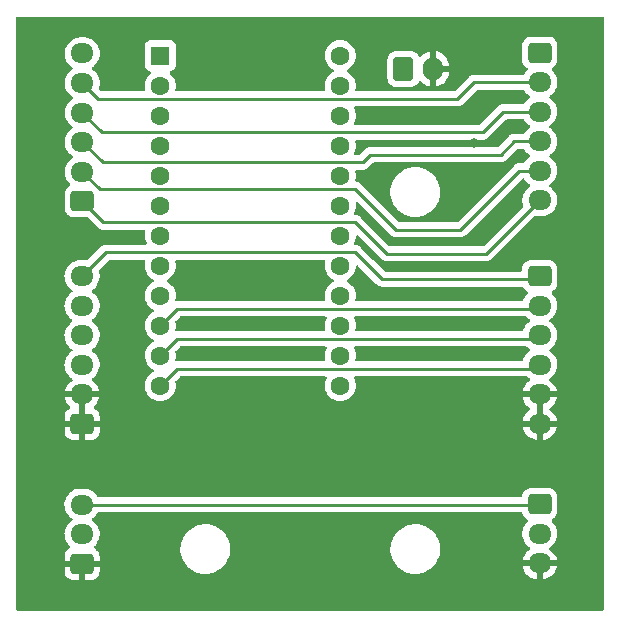
<source format=gbr>
%TF.GenerationSoftware,KiCad,Pcbnew,(6.0.4)*%
%TF.CreationDate,2022-04-18T00:34:21+09:00*%
%TF.ProjectId,chuniAir,6368756e-6941-4697-922e-6b696361645f,rev?*%
%TF.SameCoordinates,Original*%
%TF.FileFunction,Copper,L2,Bot*%
%TF.FilePolarity,Positive*%
%FSLAX46Y46*%
G04 Gerber Fmt 4.6, Leading zero omitted, Abs format (unit mm)*
G04 Created by KiCad (PCBNEW (6.0.4)) date 2022-04-18 00:34:21*
%MOMM*%
%LPD*%
G01*
G04 APERTURE LIST*
G04 Aperture macros list*
%AMRoundRect*
0 Rectangle with rounded corners*
0 $1 Rounding radius*
0 $2 $3 $4 $5 $6 $7 $8 $9 X,Y pos of 4 corners*
0 Add a 4 corners polygon primitive as box body*
4,1,4,$2,$3,$4,$5,$6,$7,$8,$9,$2,$3,0*
0 Add four circle primitives for the rounded corners*
1,1,$1+$1,$2,$3*
1,1,$1+$1,$4,$5*
1,1,$1+$1,$6,$7*
1,1,$1+$1,$8,$9*
0 Add four rect primitives between the rounded corners*
20,1,$1+$1,$2,$3,$4,$5,0*
20,1,$1+$1,$4,$5,$6,$7,0*
20,1,$1+$1,$6,$7,$8,$9,0*
20,1,$1+$1,$8,$9,$2,$3,0*%
G04 Aperture macros list end*
%TA.AperFunction,ComponentPad*%
%ADD10R,1.600000X1.600000*%
%TD*%
%TA.AperFunction,ComponentPad*%
%ADD11C,1.600000*%
%TD*%
%TA.AperFunction,ComponentPad*%
%ADD12RoundRect,0.250000X0.725000X-0.600000X0.725000X0.600000X-0.725000X0.600000X-0.725000X-0.600000X0*%
%TD*%
%TA.AperFunction,ComponentPad*%
%ADD13O,1.950000X1.700000*%
%TD*%
%TA.AperFunction,ComponentPad*%
%ADD14RoundRect,0.250000X-0.600000X-0.750000X0.600000X-0.750000X0.600000X0.750000X-0.600000X0.750000X0*%
%TD*%
%TA.AperFunction,ComponentPad*%
%ADD15O,1.700000X2.000000*%
%TD*%
%TA.AperFunction,ComponentPad*%
%ADD16RoundRect,0.250000X-0.725000X0.600000X-0.725000X-0.600000X0.725000X-0.600000X0.725000X0.600000X0*%
%TD*%
%TA.AperFunction,ViaPad*%
%ADD17C,0.800000*%
%TD*%
%TA.AperFunction,Conductor*%
%ADD18C,0.250000*%
%TD*%
G04 APERTURE END LIST*
D10*
%TO.P,U1,1,TX*%
%TO.N,unconnected-(U1-Pad1)*%
X85090000Y-43180000D03*
D11*
%TO.P,U1,2,RX*%
%TO.N,unconnected-(U1-Pad2)*%
X85090000Y-45720000D03*
%TO.P,U1,3,GND*%
%TO.N,GND*%
X85090000Y-48260000D03*
%TO.P,U1,4,GND*%
%TO.N,unconnected-(U1-Pad4)*%
X85090000Y-50800000D03*
%TO.P,U1,5,SDA*%
%TO.N,unconnected-(U1-Pad5)*%
X85090000Y-53340000D03*
%TO.P,U1,6,SCL*%
%TO.N,unconnected-(U1-Pad6)*%
X85090000Y-55880000D03*
%TO.P,U1,7,D4*%
%TO.N,/OUT1*%
X85090000Y-58420000D03*
%TO.P,U1,8,C6*%
%TO.N,/OUT2*%
X85090000Y-60960000D03*
%TO.P,U1,9,D7*%
%TO.N,/OUT3*%
X85090000Y-63500000D03*
%TO.P,U1,10,E6*%
%TO.N,/OUT4*%
X85090000Y-66040000D03*
%TO.P,U1,11,B4*%
%TO.N,/OUT5*%
X85090000Y-68580000D03*
%TO.P,U1,12,B5*%
%TO.N,/OUT6*%
X85090000Y-71120000D03*
%TO.P,U1,13,B6*%
%TO.N,unconnected-(U1-Pad13)*%
X100330000Y-71120000D03*
%TO.P,U1,14,B2*%
%TO.N,unconnected-(U1-Pad14)*%
X100330000Y-68580000D03*
%TO.P,U1,15,B3*%
%TO.N,unconnected-(U1-Pad15)*%
X100330000Y-66040000D03*
%TO.P,U1,16,B1*%
%TO.N,unconnected-(U1-Pad16)*%
X100330000Y-63500000D03*
%TO.P,U1,17,F7*%
%TO.N,/DATA1*%
X100330000Y-60960000D03*
%TO.P,U1,18,F6*%
%TO.N,/DATA2*%
X100330000Y-58420000D03*
%TO.P,U1,19,F5*%
%TO.N,unconnected-(U1-Pad19)*%
X100330000Y-55880000D03*
%TO.P,U1,20,F4*%
%TO.N,unconnected-(U1-Pad20)*%
X100330000Y-53340000D03*
%TO.P,U1,21,VCC*%
%TO.N,+5V*%
X100330000Y-50800000D03*
%TO.P,U1,22,RST*%
%TO.N,unconnected-(U1-Pad22)*%
X100330000Y-48260000D03*
%TO.P,U1,23,GND*%
%TO.N,unconnected-(U1-Pad23)*%
X100330000Y-45720000D03*
%TO.P,U1,24,RAW*%
%TO.N,unconnected-(U1-Pad24)*%
X100330000Y-43180000D03*
%TD*%
D12*
%TO.P,Left_Sensor1,1,Pin_1*%
%TO.N,/TWR5*%
X78486000Y-55499000D03*
D13*
%TO.P,Left_Sensor1,2,Pin_2*%
%TO.N,/TWR4*%
X78486000Y-52999000D03*
%TO.P,Left_Sensor1,3,Pin_3*%
%TO.N,/TWR3*%
X78486000Y-50499000D03*
%TO.P,Left_Sensor1,4,Pin_4*%
%TO.N,/TWR2*%
X78486000Y-47999000D03*
%TO.P,Left_Sensor1,5,Pin_5*%
%TO.N,/TWR1*%
X78486000Y-45499000D03*
%TO.P,Left_Sensor1,6,Pin_6*%
%TO.N,+5V*%
X78486000Y-42999000D03*
%TD*%
D14*
%TO.P,Power1,1,Pin_1*%
%TO.N,+12V*%
X105684000Y-44306000D03*
D15*
%TO.P,Power1,2,Pin_2*%
%TO.N,GND*%
X108184000Y-44306000D03*
%TD*%
D12*
%TO.P,Left_LED1,1,Pin_1*%
%TO.N,GND*%
X78469000Y-86193000D03*
D13*
%TO.P,Left_LED1,2,Pin_2*%
%TO.N,/DATA1*%
X78469000Y-83693000D03*
%TO.P,Left_LED1,3,Pin_3*%
%TO.N,+12V*%
X78469000Y-81193000D03*
%TD*%
D16*
%TO.P,Right_Sensor2,1,Pin_1*%
%TO.N,/TWR6*%
X117221000Y-61849000D03*
D13*
%TO.P,Right_Sensor2,2,Pin_2*%
%TO.N,/OUT4*%
X117221000Y-64349000D03*
%TO.P,Right_Sensor2,3,Pin_3*%
%TO.N,/OUT5*%
X117221000Y-66849000D03*
%TO.P,Right_Sensor2,4,Pin_4*%
%TO.N,/OUT6*%
X117221000Y-69349000D03*
%TO.P,Right_Sensor2,5,Pin_5*%
%TO.N,GND*%
X117221000Y-71849000D03*
%TO.P,Right_Sensor2,6,Pin_6*%
X117221000Y-74349000D03*
%TD*%
D16*
%TO.P,Right_Sensor1,1,Pin_1*%
%TO.N,+5V*%
X117221000Y-42926000D03*
D13*
%TO.P,Right_Sensor1,2,Pin_2*%
%TO.N,/TWR1*%
X117221000Y-45426000D03*
%TO.P,Right_Sensor1,3,Pin_3*%
%TO.N,/TWR2*%
X117221000Y-47926000D03*
%TO.P,Right_Sensor1,4,Pin_4*%
%TO.N,/TWR3*%
X117221000Y-50426000D03*
%TO.P,Right_Sensor1,5,Pin_5*%
%TO.N,/TWR4*%
X117221000Y-52926000D03*
%TO.P,Right_Sensor1,6,Pin_6*%
%TO.N,/TWR5*%
X117221000Y-55426000D03*
%TD*%
D16*
%TO.P,Right_LED1,1,Pin_1*%
%TO.N,+12V*%
X117221000Y-81153000D03*
D13*
%TO.P,Right_LED1,2,Pin_2*%
%TO.N,/DATA2*%
X117221000Y-83653000D03*
%TO.P,Right_LED1,3,Pin_3*%
%TO.N,GND*%
X117221000Y-86153000D03*
%TD*%
D12*
%TO.P,Left_Sensor2,1,Pin_1*%
%TO.N,GND*%
X78469000Y-74362000D03*
D13*
%TO.P,Left_Sensor2,2,Pin_2*%
X78469000Y-71862000D03*
%TO.P,Left_Sensor2,3,Pin_3*%
%TO.N,/OUT3*%
X78469000Y-69362000D03*
%TO.P,Left_Sensor2,4,Pin_4*%
%TO.N,/OUT2*%
X78469000Y-66862000D03*
%TO.P,Left_Sensor2,5,Pin_5*%
%TO.N,/OUT1*%
X78469000Y-64362000D03*
%TO.P,Left_Sensor2,6,Pin_6*%
%TO.N,/TWR6*%
X78469000Y-61862000D03*
%TD*%
D17*
%TO.N,GND*%
X97536000Y-68326000D03*
X111565200Y-47557200D03*
X111633000Y-50546000D03*
X92329000Y-62103000D03*
X111633000Y-53721000D03*
X105156000Y-71882000D03*
X102865701Y-63123299D03*
X105156000Y-68453000D03*
X105156000Y-66040000D03*
X111633000Y-58801000D03*
X97536000Y-66040000D03*
%TD*%
D18*
%TO.N,/TWR2*%
X114126000Y-47926000D02*
X117221000Y-47926000D01*
X112376511Y-49675489D02*
X114126000Y-47926000D01*
X80162489Y-49675489D02*
X112376511Y-49675489D01*
X78486000Y-47999000D02*
X80162489Y-49675489D01*
%TO.N,/TWR1*%
X110254489Y-46844511D02*
X111673000Y-45426000D01*
X79831511Y-46844511D02*
X110254489Y-46844511D01*
X111673000Y-45426000D02*
X117221000Y-45426000D01*
X78486000Y-45499000D02*
X79831511Y-46844511D01*
%TO.N,/TWR3*%
X102870000Y-51562000D02*
X113922500Y-51562000D01*
X115058500Y-50426000D02*
X117221000Y-50426000D01*
X102216511Y-52215489D02*
X102870000Y-51562000D01*
X113922500Y-51562000D02*
X115058500Y-50426000D01*
X80202489Y-52215489D02*
X102216511Y-52215489D01*
X78486000Y-50499000D02*
X80202489Y-52215489D01*
%TO.N,/TWR4*%
X110490000Y-57912000D02*
X115476000Y-52926000D01*
X115476000Y-52926000D02*
X117221000Y-52926000D01*
X79951511Y-54464511D02*
X101581511Y-54464511D01*
X78486000Y-52999000D02*
X79951511Y-54464511D01*
X101581511Y-54464511D02*
X105029000Y-57912000D01*
X105029000Y-57912000D02*
X110490000Y-57912000D01*
%TO.N,/TWR5*%
X101618489Y-57295489D02*
X104267000Y-59944000D01*
X112703000Y-59944000D02*
X117221000Y-55426000D01*
X80282489Y-57295489D02*
X101618489Y-57295489D01*
X104267000Y-59944000D02*
X112703000Y-59944000D01*
X78486000Y-55499000D02*
X80282489Y-57295489D01*
%TO.N,/TWR6*%
X78469000Y-61862000D02*
X78691511Y-62084511D01*
X101618489Y-59835489D02*
X103886000Y-62103000D01*
X103886000Y-62103000D02*
X116967000Y-62103000D01*
X80495511Y-59835489D02*
X101618489Y-59835489D01*
X78469000Y-61862000D02*
X80495511Y-59835489D01*
X117094000Y-61722000D02*
X117221000Y-61849000D01*
X116967000Y-62103000D02*
X117221000Y-61849000D01*
%TO.N,/OUT5*%
X86505489Y-67164511D02*
X85090000Y-68580000D01*
X117221000Y-66849000D02*
X116905489Y-67164511D01*
X116905489Y-67164511D02*
X86505489Y-67164511D01*
%TO.N,/OUT4*%
X116945489Y-64624511D02*
X86505489Y-64624511D01*
X117221000Y-64349000D02*
X116945489Y-64624511D01*
X86505489Y-64624511D02*
X85090000Y-66040000D01*
%TO.N,+12V*%
X78469000Y-81193000D02*
X117181000Y-81193000D01*
X117181000Y-81193000D02*
X117221000Y-81153000D01*
%TO.N,/OUT6*%
X117221000Y-69349000D02*
X116865489Y-69704511D01*
X86505489Y-69704511D02*
X85090000Y-71120000D01*
X116865489Y-69704511D02*
X86505489Y-69704511D01*
%TD*%
%TA.AperFunction,Conductor*%
%TO.N,GND*%
G36*
X122623621Y-39898502D02*
G01*
X122670114Y-39952158D01*
X122681500Y-40004500D01*
X122681500Y-90043500D01*
X122661498Y-90111621D01*
X122607842Y-90158114D01*
X122555500Y-90169500D01*
X73024500Y-90169500D01*
X72956379Y-90149498D01*
X72909886Y-90095842D01*
X72898500Y-90043500D01*
X72898500Y-86840095D01*
X76986001Y-86840095D01*
X76986338Y-86846614D01*
X76996257Y-86942206D01*
X76999149Y-86955600D01*
X77050588Y-87109784D01*
X77056761Y-87122962D01*
X77142063Y-87260807D01*
X77151099Y-87272208D01*
X77265829Y-87386739D01*
X77277240Y-87395751D01*
X77415243Y-87480816D01*
X77428424Y-87486963D01*
X77582710Y-87538138D01*
X77596086Y-87541005D01*
X77690438Y-87550672D01*
X77696854Y-87551000D01*
X78196885Y-87551000D01*
X78212124Y-87546525D01*
X78213329Y-87545135D01*
X78215000Y-87537452D01*
X78215000Y-87532884D01*
X78723000Y-87532884D01*
X78727475Y-87548123D01*
X78728865Y-87549328D01*
X78736548Y-87550999D01*
X79241095Y-87550999D01*
X79247614Y-87550662D01*
X79343206Y-87540743D01*
X79356600Y-87537851D01*
X79510784Y-87486412D01*
X79523962Y-87480239D01*
X79661807Y-87394937D01*
X79673208Y-87385901D01*
X79787739Y-87271171D01*
X79796751Y-87259760D01*
X79881816Y-87121757D01*
X79887963Y-87108576D01*
X79939138Y-86954290D01*
X79942005Y-86940914D01*
X79951672Y-86846562D01*
X79952000Y-86840146D01*
X79952000Y-86465115D01*
X79947525Y-86449876D01*
X79946135Y-86448671D01*
X79938452Y-86447000D01*
X78741115Y-86447000D01*
X78725876Y-86451475D01*
X78724671Y-86452865D01*
X78723000Y-86460548D01*
X78723000Y-87532884D01*
X78215000Y-87532884D01*
X78215000Y-86465115D01*
X78210525Y-86449876D01*
X78209135Y-86448671D01*
X78201452Y-86447000D01*
X77004116Y-86447000D01*
X76988877Y-86451475D01*
X76987672Y-86452865D01*
X76986001Y-86460548D01*
X76986001Y-86840095D01*
X72898500Y-86840095D01*
X72898500Y-83628774D01*
X76982102Y-83628774D01*
X76982302Y-83634103D01*
X76982302Y-83634105D01*
X76985423Y-83717226D01*
X76990751Y-83859158D01*
X77038093Y-84084791D01*
X77040051Y-84089750D01*
X77040052Y-84089752D01*
X77112067Y-84272103D01*
X77122776Y-84299221D01*
X77125543Y-84303780D01*
X77125544Y-84303783D01*
X77169209Y-84375740D01*
X77242377Y-84496317D01*
X77245874Y-84500347D01*
X77332438Y-84600103D01*
X77393477Y-84670445D01*
X77397608Y-84673832D01*
X77429529Y-84700006D01*
X77469524Y-84758666D01*
X77471455Y-84829636D01*
X77434710Y-84890384D01*
X77415941Y-84904584D01*
X77276193Y-84991063D01*
X77264792Y-85000099D01*
X77150261Y-85114829D01*
X77141249Y-85126240D01*
X77056184Y-85264243D01*
X77050037Y-85277424D01*
X76998862Y-85431710D01*
X76995995Y-85445086D01*
X76986328Y-85539438D01*
X76986000Y-85545855D01*
X76986000Y-85920885D01*
X76990475Y-85936124D01*
X76991865Y-85937329D01*
X76999548Y-85939000D01*
X79933884Y-85939000D01*
X79949123Y-85934525D01*
X79950328Y-85933135D01*
X79951999Y-85925452D01*
X79951999Y-85545905D01*
X79951662Y-85539386D01*
X79941743Y-85443794D01*
X79938851Y-85430400D01*
X79887412Y-85276216D01*
X79881239Y-85263038D01*
X79795937Y-85125193D01*
X79786901Y-85113792D01*
X79768781Y-85095703D01*
X86790743Y-85095703D01*
X86828268Y-85380734D01*
X86904129Y-85658036D01*
X86905813Y-85661984D01*
X87006910Y-85899000D01*
X87016923Y-85922476D01*
X87164561Y-86169161D01*
X87344313Y-86393528D01*
X87419750Y-86465115D01*
X87508797Y-86549617D01*
X87552851Y-86591423D01*
X87786317Y-86759186D01*
X87790112Y-86761195D01*
X87790113Y-86761196D01*
X87811869Y-86772715D01*
X88040392Y-86893712D01*
X88064699Y-86902607D01*
X88221675Y-86960052D01*
X88310373Y-86992511D01*
X88591264Y-87053755D01*
X88619841Y-87056004D01*
X88814282Y-87071307D01*
X88814291Y-87071307D01*
X88816739Y-87071500D01*
X88972271Y-87071500D01*
X88974407Y-87071354D01*
X88974418Y-87071354D01*
X89182548Y-87057165D01*
X89182554Y-87057164D01*
X89186825Y-87056873D01*
X89191020Y-87056004D01*
X89191022Y-87056004D01*
X89327583Y-87027724D01*
X89468342Y-86998574D01*
X89739343Y-86902607D01*
X89994812Y-86770750D01*
X89998313Y-86768289D01*
X89998317Y-86768287D01*
X90112418Y-86688095D01*
X90230023Y-86605441D01*
X90395710Y-86451475D01*
X90437479Y-86412661D01*
X90437481Y-86412658D01*
X90440622Y-86409740D01*
X90622713Y-86187268D01*
X90772927Y-85942142D01*
X90854470Y-85756383D01*
X90886757Y-85682830D01*
X90888483Y-85678898D01*
X90967244Y-85402406D01*
X91007751Y-85117784D01*
X91007845Y-85099951D01*
X91007867Y-85095703D01*
X104570743Y-85095703D01*
X104608268Y-85380734D01*
X104684129Y-85658036D01*
X104685813Y-85661984D01*
X104786910Y-85899000D01*
X104796923Y-85922476D01*
X104944561Y-86169161D01*
X105124313Y-86393528D01*
X105199750Y-86465115D01*
X105288797Y-86549617D01*
X105332851Y-86591423D01*
X105566317Y-86759186D01*
X105570112Y-86761195D01*
X105570113Y-86761196D01*
X105591869Y-86772715D01*
X105820392Y-86893712D01*
X105844699Y-86902607D01*
X106001675Y-86960052D01*
X106090373Y-86992511D01*
X106371264Y-87053755D01*
X106399841Y-87056004D01*
X106594282Y-87071307D01*
X106594291Y-87071307D01*
X106596739Y-87071500D01*
X106752271Y-87071500D01*
X106754407Y-87071354D01*
X106754418Y-87071354D01*
X106962548Y-87057165D01*
X106962554Y-87057164D01*
X106966825Y-87056873D01*
X106971020Y-87056004D01*
X106971022Y-87056004D01*
X107107583Y-87027724D01*
X107248342Y-86998574D01*
X107519343Y-86902607D01*
X107774812Y-86770750D01*
X107778313Y-86768289D01*
X107778317Y-86768287D01*
X107892418Y-86688095D01*
X108010023Y-86605441D01*
X108175710Y-86451475D01*
X108207881Y-86421580D01*
X115764752Y-86421580D01*
X115789477Y-86539421D01*
X115792537Y-86549617D01*
X115873263Y-86754029D01*
X115877994Y-86763561D01*
X115992016Y-86951462D01*
X115998280Y-86960052D01*
X116142327Y-87126052D01*
X116149958Y-87133472D01*
X116319911Y-87272826D01*
X116328678Y-87278850D01*
X116519682Y-87387576D01*
X116529346Y-87392041D01*
X116735941Y-87467031D01*
X116746208Y-87469802D01*
X116949174Y-87506504D01*
X116962414Y-87505085D01*
X116967000Y-87490450D01*
X116967000Y-87486849D01*
X117475000Y-87486849D01*
X117479310Y-87501527D01*
X117491193Y-87503590D01*
X117570325Y-87496876D01*
X117580797Y-87495086D01*
X117793535Y-87439870D01*
X117803575Y-87436335D01*
X118003970Y-87346063D01*
X118013256Y-87340894D01*
X118195575Y-87218150D01*
X118203870Y-87211481D01*
X118362900Y-87059772D01*
X118369941Y-87051814D01*
X118501141Y-86875475D01*
X118506745Y-86866438D01*
X118606357Y-86670516D01*
X118610357Y-86660665D01*
X118675534Y-86450760D01*
X118677817Y-86440376D01*
X118679861Y-86424957D01*
X118677665Y-86410793D01*
X118664478Y-86407000D01*
X117493115Y-86407000D01*
X117477876Y-86411475D01*
X117476671Y-86412865D01*
X117475000Y-86420548D01*
X117475000Y-87486849D01*
X116967000Y-87486849D01*
X116967000Y-86425115D01*
X116962525Y-86409876D01*
X116961135Y-86408671D01*
X116953452Y-86407000D01*
X115779808Y-86407000D01*
X115766277Y-86410973D01*
X115764752Y-86421580D01*
X108207881Y-86421580D01*
X108217479Y-86412661D01*
X108217481Y-86412658D01*
X108220622Y-86409740D01*
X108402713Y-86187268D01*
X108552927Y-85942142D01*
X108634470Y-85756383D01*
X108666757Y-85682830D01*
X108668483Y-85678898D01*
X108747244Y-85402406D01*
X108787751Y-85117784D01*
X108787845Y-85099951D01*
X108789235Y-84834583D01*
X108789235Y-84834576D01*
X108789257Y-84830297D01*
X108774152Y-84715559D01*
X108753201Y-84556424D01*
X108751732Y-84545266D01*
X108675871Y-84267964D01*
X108597741Y-84084791D01*
X108564763Y-84007476D01*
X108564761Y-84007472D01*
X108563077Y-84003524D01*
X108415439Y-83756839D01*
X108235687Y-83532472D01*
X108059752Y-83365516D01*
X108030258Y-83337527D01*
X108030255Y-83337525D01*
X108027149Y-83334577D01*
X107793683Y-83166814D01*
X107771843Y-83155250D01*
X107734156Y-83135296D01*
X107539608Y-83032288D01*
X107381810Y-82974542D01*
X107273658Y-82934964D01*
X107273656Y-82934963D01*
X107269627Y-82933489D01*
X106988736Y-82872245D01*
X106957685Y-82869801D01*
X106765718Y-82854693D01*
X106765709Y-82854693D01*
X106763261Y-82854500D01*
X106607729Y-82854500D01*
X106605593Y-82854646D01*
X106605582Y-82854646D01*
X106397452Y-82868835D01*
X106397446Y-82868836D01*
X106393175Y-82869127D01*
X106388980Y-82869996D01*
X106388978Y-82869996D01*
X106313373Y-82885653D01*
X106111658Y-82927426D01*
X105840657Y-83023393D01*
X105836848Y-83025359D01*
X105614636Y-83140051D01*
X105585188Y-83155250D01*
X105581687Y-83157711D01*
X105581683Y-83157713D01*
X105542647Y-83185148D01*
X105349977Y-83320559D01*
X105334892Y-83334577D01*
X105165299Y-83492173D01*
X105139378Y-83516260D01*
X104957287Y-83738732D01*
X104807073Y-83983858D01*
X104805347Y-83987791D01*
X104805346Y-83987792D01*
X104760589Y-84089752D01*
X104691517Y-84247102D01*
X104612756Y-84523594D01*
X104591374Y-84673832D01*
X104576061Y-84781434D01*
X104572249Y-84808216D01*
X104572227Y-84812505D01*
X104572226Y-84812512D01*
X104570784Y-85087852D01*
X104570743Y-85095703D01*
X91007867Y-85095703D01*
X91009235Y-84834583D01*
X91009235Y-84834576D01*
X91009257Y-84830297D01*
X90994152Y-84715559D01*
X90973201Y-84556424D01*
X90971732Y-84545266D01*
X90895871Y-84267964D01*
X90817741Y-84084791D01*
X90784763Y-84007476D01*
X90784761Y-84007472D01*
X90783077Y-84003524D01*
X90635439Y-83756839D01*
X90455687Y-83532472D01*
X90279752Y-83365516D01*
X90250258Y-83337527D01*
X90250255Y-83337525D01*
X90247149Y-83334577D01*
X90013683Y-83166814D01*
X89991843Y-83155250D01*
X89954156Y-83135296D01*
X89759608Y-83032288D01*
X89601810Y-82974542D01*
X89493658Y-82934964D01*
X89493656Y-82934963D01*
X89489627Y-82933489D01*
X89208736Y-82872245D01*
X89177685Y-82869801D01*
X88985718Y-82854693D01*
X88985709Y-82854693D01*
X88983261Y-82854500D01*
X88827729Y-82854500D01*
X88825593Y-82854646D01*
X88825582Y-82854646D01*
X88617452Y-82868835D01*
X88617446Y-82868836D01*
X88613175Y-82869127D01*
X88608980Y-82869996D01*
X88608978Y-82869996D01*
X88533373Y-82885653D01*
X88331658Y-82927426D01*
X88060657Y-83023393D01*
X88056848Y-83025359D01*
X87834636Y-83140051D01*
X87805188Y-83155250D01*
X87801687Y-83157711D01*
X87801683Y-83157713D01*
X87762647Y-83185148D01*
X87569977Y-83320559D01*
X87554892Y-83334577D01*
X87385299Y-83492173D01*
X87359378Y-83516260D01*
X87177287Y-83738732D01*
X87027073Y-83983858D01*
X87025347Y-83987791D01*
X87025346Y-83987792D01*
X86980589Y-84089752D01*
X86911517Y-84247102D01*
X86832756Y-84523594D01*
X86811374Y-84673832D01*
X86796061Y-84781434D01*
X86792249Y-84808216D01*
X86792227Y-84812505D01*
X86792226Y-84812512D01*
X86790784Y-85087852D01*
X86790743Y-85095703D01*
X79768781Y-85095703D01*
X79672171Y-84999261D01*
X79660757Y-84990247D01*
X79521287Y-84904277D01*
X79473793Y-84851505D01*
X79462369Y-84781434D01*
X79490643Y-84716310D01*
X79500430Y-84705847D01*
X79533991Y-84673832D01*
X79615135Y-84596424D01*
X79656280Y-84541124D01*
X79749568Y-84415740D01*
X79752754Y-84411458D01*
X79857240Y-84205949D01*
X79869661Y-84165949D01*
X79924024Y-83990871D01*
X79925607Y-83985773D01*
X79926308Y-83980484D01*
X79955198Y-83762511D01*
X79955198Y-83762506D01*
X79955898Y-83757226D01*
X79947249Y-83526842D01*
X79899907Y-83301209D01*
X79846038Y-83164804D01*
X79817185Y-83091744D01*
X79817184Y-83091742D01*
X79815224Y-83086779D01*
X79790952Y-83046779D01*
X79698390Y-82894243D01*
X79695623Y-82889683D01*
X79678540Y-82869996D01*
X79548023Y-82719588D01*
X79548021Y-82719586D01*
X79544523Y-82715555D01*
X79491611Y-82672170D01*
X79370373Y-82572760D01*
X79370367Y-82572756D01*
X79366245Y-82569376D01*
X79334750Y-82551448D01*
X79285445Y-82500368D01*
X79271583Y-82430738D01*
X79297566Y-82364667D01*
X79326716Y-82337427D01*
X79362642Y-82313240D01*
X79448319Y-82255559D01*
X79615135Y-82096424D01*
X79752754Y-81911458D01*
X79755170Y-81906706D01*
X79755175Y-81906698D01*
X79760922Y-81895394D01*
X79809625Y-81843737D01*
X79873238Y-81826500D01*
X115630104Y-81826500D01*
X115698225Y-81846502D01*
X115744718Y-81900158D01*
X115749626Y-81912619D01*
X115804450Y-82076946D01*
X115897522Y-82227348D01*
X116022697Y-82352305D01*
X116168340Y-82442081D01*
X116215832Y-82494852D01*
X116227256Y-82564924D01*
X116198982Y-82630048D01*
X116189195Y-82640510D01*
X116074865Y-82749576D01*
X115937246Y-82934542D01*
X115832760Y-83140051D01*
X115831178Y-83145145D01*
X115831177Y-83145148D01*
X115784259Y-83296248D01*
X115764393Y-83360227D01*
X115763692Y-83365516D01*
X115741604Y-83532173D01*
X115734102Y-83588774D01*
X115742751Y-83819158D01*
X115790093Y-84044791D01*
X115792051Y-84049750D01*
X115792052Y-84049752D01*
X115855616Y-84210704D01*
X115874776Y-84259221D01*
X115877543Y-84263780D01*
X115877544Y-84263783D01*
X115901817Y-84303783D01*
X115994377Y-84456317D01*
X115997874Y-84460347D01*
X116119148Y-84600103D01*
X116145477Y-84630445D01*
X116149608Y-84633832D01*
X116319627Y-84773240D01*
X116319633Y-84773244D01*
X116323755Y-84776624D01*
X116328398Y-84779267D01*
X116355735Y-84794829D01*
X116405041Y-84845912D01*
X116418902Y-84915542D01*
X116392918Y-84981613D01*
X116363768Y-85008851D01*
X116246422Y-85087852D01*
X116238130Y-85094519D01*
X116079100Y-85246228D01*
X116072059Y-85254186D01*
X115940859Y-85430525D01*
X115935255Y-85439562D01*
X115835643Y-85635484D01*
X115831643Y-85645335D01*
X115766466Y-85855240D01*
X115764183Y-85865624D01*
X115762139Y-85881043D01*
X115764335Y-85895207D01*
X115777522Y-85899000D01*
X118662192Y-85899000D01*
X118675723Y-85895027D01*
X118677248Y-85884420D01*
X118652523Y-85766579D01*
X118649463Y-85756383D01*
X118568737Y-85551971D01*
X118564006Y-85542439D01*
X118449984Y-85354538D01*
X118443720Y-85345948D01*
X118299673Y-85179948D01*
X118292042Y-85172528D01*
X118122089Y-85033174D01*
X118113326Y-85027152D01*
X118086289Y-85011762D01*
X118036982Y-84960680D01*
X118023120Y-84891049D01*
X118049103Y-84824978D01*
X118078253Y-84797739D01*
X118140905Y-84755559D01*
X118200319Y-84715559D01*
X118367135Y-84556424D01*
X118504754Y-84371458D01*
X118544006Y-84294256D01*
X118606822Y-84170704D01*
X118609240Y-84165949D01*
X118634441Y-84084791D01*
X118676024Y-83950871D01*
X118677607Y-83945773D01*
X118689793Y-83853827D01*
X118707198Y-83722511D01*
X118707198Y-83722506D01*
X118707898Y-83717226D01*
X118704778Y-83634105D01*
X118699449Y-83492173D01*
X118699249Y-83486842D01*
X118651907Y-83261209D01*
X118617978Y-83175296D01*
X118569185Y-83051744D01*
X118569184Y-83051742D01*
X118567224Y-83046779D01*
X118523390Y-82974542D01*
X118450390Y-82854243D01*
X118447623Y-82849683D01*
X118360755Y-82749576D01*
X118300023Y-82679588D01*
X118300021Y-82679586D01*
X118296523Y-82675555D01*
X118260880Y-82646330D01*
X118220886Y-82587671D01*
X118218954Y-82516701D01*
X118255698Y-82455952D01*
X118274468Y-82441752D01*
X118414120Y-82355332D01*
X118420348Y-82351478D01*
X118545305Y-82226303D01*
X118638115Y-82075738D01*
X118693797Y-81907861D01*
X118694587Y-81900158D01*
X118704172Y-81806598D01*
X118704500Y-81803400D01*
X118704500Y-80502600D01*
X118701589Y-80474542D01*
X118694238Y-80403692D01*
X118694237Y-80403688D01*
X118693526Y-80396834D01*
X118637550Y-80229054D01*
X118544478Y-80078652D01*
X118419303Y-79953695D01*
X118347106Y-79909192D01*
X118274968Y-79864725D01*
X118274966Y-79864724D01*
X118268738Y-79860885D01*
X118108254Y-79807655D01*
X118107389Y-79807368D01*
X118107387Y-79807368D01*
X118100861Y-79805203D01*
X118094025Y-79804503D01*
X118094022Y-79804502D01*
X118050969Y-79800091D01*
X117996400Y-79794500D01*
X116445600Y-79794500D01*
X116442354Y-79794837D01*
X116442350Y-79794837D01*
X116346692Y-79804762D01*
X116346688Y-79804763D01*
X116339834Y-79805474D01*
X116333298Y-79807655D01*
X116333296Y-79807655D01*
X116210483Y-79848629D01*
X116172054Y-79861450D01*
X116021652Y-79954522D01*
X115896695Y-80079697D01*
X115892855Y-80085927D01*
X115892854Y-80085928D01*
X115810465Y-80219588D01*
X115803885Y-80230262D01*
X115801581Y-80237209D01*
X115751008Y-80389683D01*
X115748203Y-80398139D01*
X115747503Y-80404975D01*
X115747502Y-80404978D01*
X115743264Y-80446343D01*
X115716423Y-80512070D01*
X115658307Y-80552852D01*
X115617920Y-80559500D01*
X79869596Y-80559500D01*
X79801475Y-80539498D01*
X79761877Y-80498866D01*
X79744519Y-80470260D01*
X79695623Y-80389683D01*
X79608755Y-80289576D01*
X79548023Y-80219588D01*
X79548021Y-80219586D01*
X79544523Y-80215555D01*
X79502970Y-80181484D01*
X79370373Y-80072760D01*
X79370367Y-80072756D01*
X79366245Y-80069376D01*
X79361609Y-80066737D01*
X79361606Y-80066735D01*
X79170529Y-79957968D01*
X79165886Y-79955325D01*
X78949175Y-79876663D01*
X78943926Y-79875714D01*
X78943923Y-79875713D01*
X78726392Y-79836377D01*
X78726385Y-79836376D01*
X78722308Y-79835639D01*
X78704586Y-79834803D01*
X78699644Y-79834570D01*
X78699637Y-79834570D01*
X78698156Y-79834500D01*
X78286110Y-79834500D01*
X78219191Y-79840178D01*
X78119591Y-79848629D01*
X78119587Y-79848630D01*
X78114280Y-79849080D01*
X78109125Y-79850418D01*
X78109119Y-79850419D01*
X77896297Y-79905657D01*
X77896293Y-79905658D01*
X77891128Y-79906999D01*
X77886262Y-79909191D01*
X77886259Y-79909192D01*
X77739371Y-79975360D01*
X77680925Y-80001688D01*
X77489681Y-80130441D01*
X77322865Y-80289576D01*
X77185246Y-80474542D01*
X77182830Y-80479293D01*
X77182828Y-80479297D01*
X77169320Y-80505866D01*
X77080760Y-80680051D01*
X77012393Y-80900227D01*
X76982102Y-81128774D01*
X76990751Y-81359158D01*
X77038093Y-81584791D01*
X77122776Y-81799221D01*
X77242377Y-81996317D01*
X77245874Y-82000347D01*
X77332438Y-82100103D01*
X77393477Y-82170445D01*
X77397608Y-82173832D01*
X77567627Y-82313240D01*
X77567633Y-82313244D01*
X77571755Y-82316624D01*
X77603250Y-82334552D01*
X77652555Y-82385632D01*
X77666417Y-82455262D01*
X77640434Y-82521333D01*
X77611284Y-82548573D01*
X77489681Y-82630441D01*
X77322865Y-82789576D01*
X77185246Y-82974542D01*
X77182830Y-82979293D01*
X77182828Y-82979297D01*
X77133003Y-83077296D01*
X77080760Y-83180051D01*
X77079178Y-83185145D01*
X77079177Y-83185148D01*
X77037131Y-83320559D01*
X77012393Y-83400227D01*
X77011692Y-83405516D01*
X76994423Y-83535814D01*
X76982102Y-83628774D01*
X72898500Y-83628774D01*
X72898500Y-75009095D01*
X76986001Y-75009095D01*
X76986338Y-75015614D01*
X76996257Y-75111206D01*
X76999149Y-75124600D01*
X77050588Y-75278784D01*
X77056761Y-75291962D01*
X77142063Y-75429807D01*
X77151099Y-75441208D01*
X77265829Y-75555739D01*
X77277240Y-75564751D01*
X77415243Y-75649816D01*
X77428424Y-75655963D01*
X77582710Y-75707138D01*
X77596086Y-75710005D01*
X77690438Y-75719672D01*
X77696854Y-75720000D01*
X78196885Y-75720000D01*
X78212124Y-75715525D01*
X78213329Y-75714135D01*
X78215000Y-75706452D01*
X78215000Y-75701884D01*
X78723000Y-75701884D01*
X78727475Y-75717123D01*
X78728865Y-75718328D01*
X78736548Y-75719999D01*
X79241095Y-75719999D01*
X79247614Y-75719662D01*
X79343206Y-75709743D01*
X79356600Y-75706851D01*
X79510784Y-75655412D01*
X79523962Y-75649239D01*
X79661807Y-75563937D01*
X79673208Y-75554901D01*
X79787739Y-75440171D01*
X79796751Y-75428760D01*
X79881816Y-75290757D01*
X79887963Y-75277576D01*
X79939138Y-75123290D01*
X79942005Y-75109914D01*
X79951672Y-75015562D01*
X79952000Y-75009146D01*
X79952000Y-74634115D01*
X79947525Y-74618876D01*
X79946135Y-74617671D01*
X79945717Y-74617580D01*
X115764752Y-74617580D01*
X115789477Y-74735421D01*
X115792537Y-74745617D01*
X115873263Y-74950029D01*
X115877994Y-74959561D01*
X115992016Y-75147462D01*
X115998280Y-75156052D01*
X116142327Y-75322052D01*
X116149958Y-75329472D01*
X116319911Y-75468826D01*
X116328678Y-75474850D01*
X116519682Y-75583576D01*
X116529346Y-75588041D01*
X116735941Y-75663031D01*
X116746208Y-75665802D01*
X116949174Y-75702504D01*
X116962414Y-75701085D01*
X116967000Y-75686450D01*
X116967000Y-75682849D01*
X117475000Y-75682849D01*
X117479310Y-75697527D01*
X117491193Y-75699590D01*
X117570325Y-75692876D01*
X117580797Y-75691086D01*
X117793535Y-75635870D01*
X117803575Y-75632335D01*
X118003970Y-75542063D01*
X118013256Y-75536894D01*
X118195575Y-75414150D01*
X118203870Y-75407481D01*
X118362900Y-75255772D01*
X118369941Y-75247814D01*
X118501141Y-75071475D01*
X118506745Y-75062438D01*
X118606357Y-74866516D01*
X118610357Y-74856665D01*
X118675534Y-74646760D01*
X118677817Y-74636376D01*
X118679861Y-74620957D01*
X118677665Y-74606793D01*
X118664478Y-74603000D01*
X117493115Y-74603000D01*
X117477876Y-74607475D01*
X117476671Y-74608865D01*
X117475000Y-74616548D01*
X117475000Y-75682849D01*
X116967000Y-75682849D01*
X116967000Y-74621115D01*
X116962525Y-74605876D01*
X116961135Y-74604671D01*
X116953452Y-74603000D01*
X115779808Y-74603000D01*
X115766277Y-74606973D01*
X115764752Y-74617580D01*
X79945717Y-74617580D01*
X79938452Y-74616000D01*
X78741115Y-74616000D01*
X78725876Y-74620475D01*
X78724671Y-74621865D01*
X78723000Y-74629548D01*
X78723000Y-75701884D01*
X78215000Y-75701884D01*
X78215000Y-74634115D01*
X78210525Y-74618876D01*
X78209135Y-74617671D01*
X78201452Y-74616000D01*
X77004116Y-74616000D01*
X76988877Y-74620475D01*
X76987672Y-74621865D01*
X76986001Y-74629548D01*
X76986001Y-75009095D01*
X72898500Y-75009095D01*
X72898500Y-74089885D01*
X76986000Y-74089885D01*
X76990475Y-74105124D01*
X76991865Y-74106329D01*
X76999548Y-74108000D01*
X78196885Y-74108000D01*
X78212124Y-74103525D01*
X78213329Y-74102135D01*
X78215000Y-74094452D01*
X78215000Y-74089885D01*
X78723000Y-74089885D01*
X78727475Y-74105124D01*
X78728865Y-74106329D01*
X78736548Y-74108000D01*
X79933884Y-74108000D01*
X79949123Y-74103525D01*
X79950328Y-74102135D01*
X79951999Y-74094452D01*
X79951999Y-74077043D01*
X115762139Y-74077043D01*
X115764335Y-74091207D01*
X115777522Y-74095000D01*
X116948885Y-74095000D01*
X116964124Y-74090525D01*
X116965329Y-74089135D01*
X116967000Y-74081452D01*
X116967000Y-74076885D01*
X117475000Y-74076885D01*
X117479475Y-74092124D01*
X117480865Y-74093329D01*
X117488548Y-74095000D01*
X118662192Y-74095000D01*
X118675723Y-74091027D01*
X118677248Y-74080420D01*
X118652523Y-73962579D01*
X118649463Y-73952383D01*
X118568737Y-73747971D01*
X118564006Y-73738439D01*
X118449984Y-73550538D01*
X118443720Y-73541948D01*
X118299673Y-73375948D01*
X118292042Y-73368528D01*
X118122089Y-73229174D01*
X118113323Y-73223150D01*
X118085801Y-73207483D01*
X118036496Y-73156400D01*
X118022635Y-73086770D01*
X118048619Y-73020699D01*
X118077768Y-72993462D01*
X118195575Y-72914150D01*
X118203870Y-72907481D01*
X118362900Y-72755772D01*
X118369941Y-72747814D01*
X118501141Y-72571475D01*
X118506745Y-72562438D01*
X118606357Y-72366516D01*
X118610357Y-72356665D01*
X118675534Y-72146760D01*
X118677817Y-72136376D01*
X118679861Y-72120957D01*
X118677665Y-72106793D01*
X118664478Y-72103000D01*
X117493115Y-72103000D01*
X117477876Y-72107475D01*
X117476671Y-72108865D01*
X117475000Y-72116548D01*
X117475000Y-74076885D01*
X116967000Y-74076885D01*
X116967000Y-72121115D01*
X116962525Y-72105876D01*
X116961135Y-72104671D01*
X116953452Y-72103000D01*
X115779808Y-72103000D01*
X115766277Y-72106973D01*
X115764752Y-72117580D01*
X115789477Y-72235421D01*
X115792537Y-72245617D01*
X115873263Y-72450029D01*
X115877994Y-72459561D01*
X115992016Y-72647462D01*
X115998280Y-72656052D01*
X116142327Y-72822052D01*
X116149958Y-72829472D01*
X116319911Y-72968826D01*
X116328677Y-72974850D01*
X116356199Y-72990517D01*
X116405504Y-73041600D01*
X116419365Y-73111230D01*
X116393381Y-73177301D01*
X116364232Y-73204538D01*
X116246425Y-73283850D01*
X116238130Y-73290519D01*
X116079100Y-73442228D01*
X116072059Y-73450186D01*
X115940859Y-73626525D01*
X115935255Y-73635562D01*
X115835643Y-73831484D01*
X115831643Y-73841335D01*
X115766466Y-74051240D01*
X115764183Y-74061624D01*
X115762139Y-74077043D01*
X79951999Y-74077043D01*
X79951999Y-73714905D01*
X79951662Y-73708386D01*
X79941743Y-73612794D01*
X79938851Y-73599400D01*
X79887412Y-73445216D01*
X79881239Y-73432038D01*
X79795937Y-73294193D01*
X79786901Y-73282792D01*
X79672171Y-73168261D01*
X79660760Y-73159249D01*
X79520846Y-73073005D01*
X79473353Y-73020233D01*
X79461929Y-72950161D01*
X79490203Y-72885037D01*
X79499990Y-72874576D01*
X79610900Y-72768772D01*
X79617941Y-72760814D01*
X79749141Y-72584475D01*
X79754745Y-72575438D01*
X79854357Y-72379516D01*
X79858357Y-72369665D01*
X79923534Y-72159760D01*
X79925817Y-72149376D01*
X79927861Y-72133957D01*
X79925665Y-72119793D01*
X79912478Y-72116000D01*
X78741115Y-72116000D01*
X78725876Y-72120475D01*
X78724671Y-72121865D01*
X78723000Y-72129548D01*
X78723000Y-74089885D01*
X78215000Y-74089885D01*
X78215000Y-72134115D01*
X78210525Y-72118876D01*
X78209135Y-72117671D01*
X78201452Y-72116000D01*
X77027808Y-72116000D01*
X77014277Y-72119973D01*
X77012752Y-72130580D01*
X77037477Y-72248421D01*
X77040537Y-72258617D01*
X77121263Y-72463029D01*
X77125994Y-72472561D01*
X77240016Y-72660462D01*
X77246280Y-72669052D01*
X77390327Y-72835052D01*
X77397956Y-72842470D01*
X77429978Y-72868726D01*
X77469973Y-72927385D01*
X77471906Y-72998355D01*
X77435162Y-73059104D01*
X77416391Y-73073305D01*
X77276193Y-73160063D01*
X77264792Y-73169099D01*
X77150261Y-73283829D01*
X77141249Y-73295240D01*
X77056184Y-73433243D01*
X77050037Y-73446424D01*
X76998862Y-73600710D01*
X76995995Y-73614086D01*
X76986328Y-73708438D01*
X76986000Y-73714855D01*
X76986000Y-74089885D01*
X72898500Y-74089885D01*
X72898500Y-69297774D01*
X76982102Y-69297774D01*
X76990751Y-69528158D01*
X77038093Y-69753791D01*
X77040051Y-69758750D01*
X77040052Y-69758752D01*
X77076483Y-69850999D01*
X77122776Y-69968221D01*
X77125543Y-69972780D01*
X77125544Y-69972783D01*
X77185593Y-70071740D01*
X77242377Y-70165317D01*
X77245874Y-70169347D01*
X77342077Y-70280211D01*
X77393477Y-70339445D01*
X77416122Y-70358013D01*
X77567627Y-70482240D01*
X77567633Y-70482244D01*
X77571755Y-70485624D01*
X77576398Y-70488267D01*
X77603735Y-70503829D01*
X77653041Y-70554912D01*
X77666902Y-70624542D01*
X77640918Y-70690613D01*
X77611768Y-70717851D01*
X77494422Y-70796852D01*
X77486130Y-70803519D01*
X77327100Y-70955228D01*
X77320059Y-70963186D01*
X77188859Y-71139525D01*
X77183255Y-71148562D01*
X77083643Y-71344484D01*
X77079643Y-71354335D01*
X77014466Y-71564240D01*
X77012183Y-71574624D01*
X77010139Y-71590043D01*
X77012335Y-71604207D01*
X77025522Y-71608000D01*
X79910192Y-71608000D01*
X79923723Y-71604027D01*
X79925248Y-71593420D01*
X79900523Y-71475579D01*
X79897463Y-71465383D01*
X79816737Y-71260971D01*
X79812006Y-71251439D01*
X79697984Y-71063538D01*
X79691720Y-71054948D01*
X79547673Y-70888948D01*
X79540042Y-70881528D01*
X79370089Y-70742174D01*
X79361326Y-70736152D01*
X79334289Y-70720762D01*
X79284982Y-70669680D01*
X79271120Y-70600049D01*
X79297103Y-70533978D01*
X79326253Y-70506739D01*
X79390848Y-70463251D01*
X79448319Y-70424559D01*
X79461947Y-70411559D01*
X79611278Y-70269103D01*
X79615135Y-70265424D01*
X79752754Y-70080458D01*
X79757187Y-70071740D01*
X79834864Y-69918959D01*
X79857240Y-69874949D01*
X79861172Y-69862288D01*
X79924024Y-69659871D01*
X79925607Y-69654773D01*
X79935212Y-69582301D01*
X79955198Y-69431511D01*
X79955198Y-69431506D01*
X79955898Y-69426226D01*
X79947249Y-69195842D01*
X79899907Y-68970209D01*
X79837981Y-68813402D01*
X79817185Y-68760744D01*
X79817184Y-68760742D01*
X79815224Y-68755779D01*
X79810349Y-68747744D01*
X79698390Y-68563243D01*
X79695623Y-68558683D01*
X79608755Y-68458576D01*
X79548023Y-68388588D01*
X79548021Y-68388586D01*
X79544523Y-68384555D01*
X79498226Y-68346594D01*
X79370373Y-68241760D01*
X79370367Y-68241756D01*
X79366245Y-68238376D01*
X79334750Y-68220448D01*
X79285445Y-68169368D01*
X79271583Y-68099738D01*
X79297566Y-68033667D01*
X79326716Y-68006427D01*
X79381952Y-67969240D01*
X79448319Y-67924559D01*
X79461947Y-67911559D01*
X79533991Y-67842832D01*
X79615135Y-67765424D01*
X79752754Y-67580458D01*
X79756139Y-67573802D01*
X79822907Y-67442477D01*
X79857240Y-67374949D01*
X79862860Y-67356852D01*
X79924024Y-67159871D01*
X79925607Y-67154773D01*
X79940514Y-67042301D01*
X79955198Y-66931511D01*
X79955198Y-66931506D01*
X79955898Y-66926226D01*
X79947249Y-66695842D01*
X79899907Y-66470209D01*
X79815224Y-66255779D01*
X79810349Y-66247744D01*
X79698390Y-66063243D01*
X79695623Y-66058683D01*
X79608755Y-65958576D01*
X79548023Y-65888588D01*
X79548021Y-65888586D01*
X79544523Y-65884555D01*
X79449443Y-65806594D01*
X79370373Y-65741760D01*
X79370367Y-65741756D01*
X79366245Y-65738376D01*
X79334750Y-65720448D01*
X79285445Y-65669368D01*
X79271583Y-65599738D01*
X79297566Y-65533667D01*
X79326716Y-65506427D01*
X79381952Y-65469240D01*
X79448319Y-65424559D01*
X79461947Y-65411559D01*
X79541769Y-65335412D01*
X79615135Y-65265424D01*
X79620651Y-65258011D01*
X79749568Y-65084740D01*
X79752754Y-65080458D01*
X79757187Y-65071740D01*
X79843244Y-64902477D01*
X79857240Y-64874949D01*
X79862860Y-64856852D01*
X79924024Y-64659871D01*
X79925607Y-64654773D01*
X79928312Y-64634366D01*
X79955198Y-64431511D01*
X79955198Y-64431506D01*
X79955898Y-64426226D01*
X79947249Y-64195842D01*
X79899907Y-63970209D01*
X79873513Y-63903376D01*
X79817185Y-63760744D01*
X79817184Y-63760742D01*
X79815224Y-63755779D01*
X79810349Y-63747744D01*
X79698390Y-63563243D01*
X79695623Y-63558683D01*
X79608755Y-63458576D01*
X79548023Y-63388588D01*
X79548021Y-63388586D01*
X79544523Y-63384555D01*
X79473169Y-63326048D01*
X79370373Y-63241760D01*
X79370367Y-63241756D01*
X79366245Y-63238376D01*
X79334750Y-63220448D01*
X79285445Y-63169368D01*
X79271583Y-63099738D01*
X79297566Y-63033667D01*
X79326716Y-63006427D01*
X79362642Y-62982240D01*
X79448319Y-62924559D01*
X79615135Y-62765424D01*
X79752754Y-62580458D01*
X79763462Y-62559398D01*
X79854822Y-62379704D01*
X79857240Y-62374949D01*
X79860133Y-62365634D01*
X79924024Y-62159871D01*
X79925607Y-62154773D01*
X79930772Y-62115805D01*
X79955198Y-61931511D01*
X79955198Y-61931506D01*
X79955898Y-61926226D01*
X79947249Y-61695842D01*
X79930654Y-61616749D01*
X79901004Y-61475435D01*
X79901002Y-61475430D01*
X79899907Y-61470209D01*
X79895131Y-61458114D01*
X79889734Y-61444449D01*
X79883316Y-61373743D01*
X79917831Y-61309073D01*
X80721010Y-60505894D01*
X80783322Y-60471868D01*
X80810105Y-60468989D01*
X83702701Y-60468989D01*
X83770822Y-60488991D01*
X83817315Y-60542647D01*
X83827419Y-60612921D01*
X83824410Y-60627593D01*
X83796457Y-60731913D01*
X83776502Y-60960000D01*
X83796457Y-61188087D01*
X83855716Y-61409243D01*
X83858039Y-61414224D01*
X83858039Y-61414225D01*
X83950151Y-61611762D01*
X83950154Y-61611767D01*
X83952477Y-61616749D01*
X84083802Y-61804300D01*
X84245700Y-61966198D01*
X84250208Y-61969355D01*
X84250211Y-61969357D01*
X84326574Y-62022827D01*
X84433251Y-62097523D01*
X84438233Y-62099846D01*
X84438238Y-62099849D01*
X84472457Y-62115805D01*
X84525742Y-62162722D01*
X84545203Y-62230999D01*
X84524661Y-62298959D01*
X84472457Y-62344195D01*
X84438238Y-62360151D01*
X84438233Y-62360154D01*
X84433251Y-62362477D01*
X84328389Y-62435902D01*
X84250211Y-62490643D01*
X84250208Y-62490645D01*
X84245700Y-62493802D01*
X84083802Y-62655700D01*
X84080645Y-62660208D01*
X84080643Y-62660211D01*
X84047085Y-62708137D01*
X83952477Y-62843251D01*
X83950154Y-62848233D01*
X83950151Y-62848238D01*
X83877729Y-63003550D01*
X83855716Y-63050757D01*
X83854294Y-63056065D01*
X83854293Y-63056067D01*
X83797881Y-63266598D01*
X83796457Y-63271913D01*
X83776502Y-63500000D01*
X83796457Y-63728087D01*
X83797880Y-63733399D01*
X83797881Y-63733402D01*
X83824408Y-63832399D01*
X83855716Y-63949243D01*
X83858039Y-63954224D01*
X83858039Y-63954225D01*
X83950151Y-64151762D01*
X83950154Y-64151767D01*
X83952477Y-64156749D01*
X84083802Y-64344300D01*
X84245700Y-64506198D01*
X84250208Y-64509355D01*
X84250211Y-64509357D01*
X84328389Y-64564098D01*
X84433251Y-64637523D01*
X84438233Y-64639846D01*
X84438238Y-64639849D01*
X84472457Y-64655805D01*
X84525742Y-64702722D01*
X84545203Y-64770999D01*
X84524661Y-64838959D01*
X84472457Y-64884195D01*
X84438238Y-64900151D01*
X84438233Y-64900154D01*
X84433251Y-64902477D01*
X84346450Y-64963256D01*
X84250211Y-65030643D01*
X84250208Y-65030645D01*
X84245700Y-65033802D01*
X84083802Y-65195700D01*
X84080645Y-65200208D01*
X84080643Y-65200211D01*
X84026166Y-65278013D01*
X83952477Y-65383251D01*
X83950154Y-65388233D01*
X83950151Y-65388238D01*
X83906318Y-65482240D01*
X83855716Y-65590757D01*
X83854294Y-65596065D01*
X83854293Y-65596067D01*
X83797882Y-65806594D01*
X83796457Y-65811913D01*
X83776502Y-66040000D01*
X83796457Y-66268087D01*
X83797880Y-66273399D01*
X83797881Y-66273402D01*
X83849287Y-66465248D01*
X83855716Y-66489243D01*
X83858039Y-66494224D01*
X83858039Y-66494225D01*
X83950151Y-66691762D01*
X83950154Y-66691767D01*
X83952477Y-66696749D01*
X84083802Y-66884300D01*
X84245700Y-67046198D01*
X84250208Y-67049355D01*
X84250211Y-67049357D01*
X84328389Y-67104098D01*
X84433251Y-67177523D01*
X84438233Y-67179846D01*
X84438238Y-67179849D01*
X84472457Y-67195805D01*
X84525742Y-67242722D01*
X84545203Y-67310999D01*
X84524661Y-67378959D01*
X84472457Y-67424195D01*
X84438238Y-67440151D01*
X84438233Y-67440154D01*
X84433251Y-67442477D01*
X84403576Y-67463256D01*
X84250211Y-67570643D01*
X84250208Y-67570645D01*
X84245700Y-67573802D01*
X84083802Y-67735700D01*
X84080645Y-67740208D01*
X84080643Y-67740211D01*
X84065984Y-67761146D01*
X83952477Y-67923251D01*
X83950154Y-67928233D01*
X83950151Y-67928238D01*
X83864777Y-68111325D01*
X83855716Y-68130757D01*
X83854294Y-68136065D01*
X83854293Y-68136067D01*
X83797882Y-68346594D01*
X83796457Y-68351913D01*
X83776502Y-68580000D01*
X83796457Y-68808087D01*
X83797880Y-68813399D01*
X83797881Y-68813402D01*
X83843158Y-68982375D01*
X83855716Y-69029243D01*
X83858039Y-69034224D01*
X83858039Y-69034225D01*
X83950151Y-69231762D01*
X83950154Y-69231767D01*
X83952477Y-69236749D01*
X84083802Y-69424300D01*
X84245700Y-69586198D01*
X84250208Y-69589355D01*
X84250211Y-69589357D01*
X84317516Y-69636484D01*
X84433251Y-69717523D01*
X84438233Y-69719846D01*
X84438238Y-69719849D01*
X84472457Y-69735805D01*
X84525742Y-69782722D01*
X84545203Y-69850999D01*
X84524661Y-69918959D01*
X84472457Y-69964195D01*
X84438238Y-69980151D01*
X84438233Y-69980154D01*
X84433251Y-69982477D01*
X84328389Y-70055902D01*
X84250211Y-70110643D01*
X84250208Y-70110645D01*
X84245700Y-70113802D01*
X84083802Y-70275700D01*
X84080645Y-70280208D01*
X84080643Y-70280211D01*
X84036398Y-70343400D01*
X83952477Y-70463251D01*
X83950154Y-70468233D01*
X83950151Y-70468238D01*
X83916543Y-70540312D01*
X83855716Y-70670757D01*
X83854294Y-70676065D01*
X83854293Y-70676067D01*
X83821929Y-70796852D01*
X83796457Y-70891913D01*
X83776502Y-71120000D01*
X83796457Y-71348087D01*
X83797881Y-71353400D01*
X83797881Y-71353402D01*
X83830619Y-71475579D01*
X83855716Y-71569243D01*
X83858039Y-71574224D01*
X83858039Y-71574225D01*
X83950151Y-71771762D01*
X83950154Y-71771767D01*
X83952477Y-71776749D01*
X84083802Y-71964300D01*
X84245700Y-72126198D01*
X84250208Y-72129355D01*
X84250211Y-72129357D01*
X84293631Y-72159760D01*
X84433251Y-72257523D01*
X84438233Y-72259846D01*
X84438238Y-72259849D01*
X84635775Y-72351961D01*
X84640757Y-72354284D01*
X84646065Y-72355706D01*
X84646067Y-72355707D01*
X84856598Y-72412119D01*
X84856600Y-72412119D01*
X84861913Y-72413543D01*
X85090000Y-72433498D01*
X85318087Y-72413543D01*
X85323400Y-72412119D01*
X85323402Y-72412119D01*
X85533933Y-72355707D01*
X85533935Y-72355706D01*
X85539243Y-72354284D01*
X85544225Y-72351961D01*
X85741762Y-72259849D01*
X85741767Y-72259846D01*
X85746749Y-72257523D01*
X85886369Y-72159760D01*
X85929789Y-72129357D01*
X85929792Y-72129355D01*
X85934300Y-72126198D01*
X86096198Y-71964300D01*
X86227523Y-71776749D01*
X86229846Y-71771767D01*
X86229849Y-71771762D01*
X86321961Y-71574225D01*
X86321961Y-71574224D01*
X86324284Y-71569243D01*
X86349382Y-71475579D01*
X86382119Y-71353402D01*
X86382119Y-71353400D01*
X86383543Y-71348087D01*
X86403498Y-71120000D01*
X86383543Y-70891913D01*
X86382121Y-70886608D01*
X86382119Y-70886594D01*
X86366541Y-70828461D01*
X86368229Y-70757484D01*
X86399152Y-70706752D01*
X86563993Y-70541912D01*
X86730990Y-70374915D01*
X86793302Y-70340890D01*
X86820085Y-70338011D01*
X99053097Y-70338011D01*
X99121218Y-70358013D01*
X99167711Y-70411669D01*
X99177815Y-70481943D01*
X99167292Y-70517260D01*
X99095716Y-70670757D01*
X99094294Y-70676065D01*
X99094293Y-70676067D01*
X99061929Y-70796852D01*
X99036457Y-70891913D01*
X99016502Y-71120000D01*
X99036457Y-71348087D01*
X99037881Y-71353400D01*
X99037881Y-71353402D01*
X99070619Y-71475579D01*
X99095716Y-71569243D01*
X99098039Y-71574224D01*
X99098039Y-71574225D01*
X99190151Y-71771762D01*
X99190154Y-71771767D01*
X99192477Y-71776749D01*
X99323802Y-71964300D01*
X99485700Y-72126198D01*
X99490208Y-72129355D01*
X99490211Y-72129357D01*
X99533631Y-72159760D01*
X99673251Y-72257523D01*
X99678233Y-72259846D01*
X99678238Y-72259849D01*
X99875775Y-72351961D01*
X99880757Y-72354284D01*
X99886065Y-72355706D01*
X99886067Y-72355707D01*
X100096598Y-72412119D01*
X100096600Y-72412119D01*
X100101913Y-72413543D01*
X100330000Y-72433498D01*
X100558087Y-72413543D01*
X100563400Y-72412119D01*
X100563402Y-72412119D01*
X100773933Y-72355707D01*
X100773935Y-72355706D01*
X100779243Y-72354284D01*
X100784225Y-72351961D01*
X100981762Y-72259849D01*
X100981767Y-72259846D01*
X100986749Y-72257523D01*
X101126369Y-72159760D01*
X101169789Y-72129357D01*
X101169792Y-72129355D01*
X101174300Y-72126198D01*
X101336198Y-71964300D01*
X101467523Y-71776749D01*
X101469846Y-71771767D01*
X101469849Y-71771762D01*
X101561961Y-71574225D01*
X101561961Y-71574224D01*
X101564284Y-71569243D01*
X101589382Y-71475579D01*
X101622119Y-71353402D01*
X101622119Y-71353400D01*
X101623543Y-71348087D01*
X101643498Y-71120000D01*
X101623543Y-70891913D01*
X101598071Y-70796852D01*
X101565707Y-70676067D01*
X101565706Y-70676065D01*
X101564284Y-70670757D01*
X101492708Y-70517261D01*
X101482047Y-70447069D01*
X101511027Y-70382256D01*
X101570447Y-70343400D01*
X101606903Y-70338011D01*
X116114531Y-70338011D01*
X116182652Y-70358013D01*
X116194422Y-70366577D01*
X116319627Y-70469240D01*
X116319633Y-70469244D01*
X116323755Y-70472624D01*
X116328398Y-70475267D01*
X116355735Y-70490829D01*
X116405041Y-70541912D01*
X116418902Y-70611542D01*
X116392918Y-70677613D01*
X116363768Y-70704851D01*
X116246422Y-70783852D01*
X116238130Y-70790519D01*
X116079100Y-70942228D01*
X116072059Y-70950186D01*
X115940859Y-71126525D01*
X115935255Y-71135562D01*
X115835643Y-71331484D01*
X115831643Y-71341335D01*
X115766466Y-71551240D01*
X115764183Y-71561624D01*
X115762139Y-71577043D01*
X115764335Y-71591207D01*
X115777522Y-71595000D01*
X118662192Y-71595000D01*
X118675723Y-71591027D01*
X118677248Y-71580420D01*
X118652523Y-71462579D01*
X118649463Y-71452383D01*
X118568737Y-71247971D01*
X118564006Y-71238439D01*
X118449984Y-71050538D01*
X118443720Y-71041948D01*
X118299673Y-70875948D01*
X118292042Y-70868528D01*
X118122089Y-70729174D01*
X118113326Y-70723152D01*
X118086289Y-70707762D01*
X118036982Y-70656680D01*
X118023120Y-70587049D01*
X118049103Y-70520978D01*
X118078253Y-70493739D01*
X118181009Y-70424559D01*
X118200319Y-70411559D01*
X118231037Y-70382256D01*
X118280141Y-70335412D01*
X118367135Y-70252424D01*
X118504754Y-70067458D01*
X118609240Y-69861949D01*
X118612951Y-69850000D01*
X118676024Y-69646871D01*
X118677607Y-69641773D01*
X118706175Y-69426226D01*
X118707198Y-69418511D01*
X118707198Y-69418506D01*
X118707898Y-69413226D01*
X118699249Y-69182842D01*
X118651907Y-68957209D01*
X118595115Y-68813402D01*
X118569185Y-68747744D01*
X118569184Y-68747742D01*
X118567224Y-68742779D01*
X118507006Y-68643542D01*
X118450390Y-68550243D01*
X118447623Y-68545683D01*
X118360755Y-68445576D01*
X118300023Y-68375588D01*
X118300021Y-68375586D01*
X118296523Y-68371555D01*
X118208574Y-68299441D01*
X118122373Y-68228760D01*
X118122367Y-68228756D01*
X118118245Y-68225376D01*
X118086750Y-68207448D01*
X118037445Y-68156368D01*
X118023583Y-68086738D01*
X118049566Y-68020667D01*
X118078716Y-67993427D01*
X118155188Y-67941943D01*
X118200319Y-67911559D01*
X118242135Y-67871669D01*
X118298380Y-67818013D01*
X118367135Y-67752424D01*
X118504754Y-67567458D01*
X118609240Y-67361949D01*
X118631980Y-67288717D01*
X118676024Y-67146871D01*
X118677607Y-67141773D01*
X118707898Y-66913226D01*
X118699249Y-66682842D01*
X118651907Y-66457209D01*
X118579318Y-66273402D01*
X118569185Y-66247744D01*
X118569184Y-66247742D01*
X118567224Y-66242779D01*
X118507006Y-66143542D01*
X118450390Y-66050243D01*
X118447623Y-66045683D01*
X118360755Y-65945576D01*
X118300023Y-65875588D01*
X118300021Y-65875586D01*
X118296523Y-65871555D01*
X118230465Y-65817391D01*
X118122373Y-65728760D01*
X118122367Y-65728756D01*
X118118245Y-65725376D01*
X118086750Y-65707448D01*
X118037445Y-65656368D01*
X118023583Y-65586738D01*
X118049566Y-65520667D01*
X118078716Y-65493427D01*
X118162142Y-65437261D01*
X118200319Y-65411559D01*
X118229994Y-65383251D01*
X118314898Y-65302256D01*
X118367135Y-65252424D01*
X118504754Y-65067458D01*
X118519885Y-65037699D01*
X118587029Y-64905634D01*
X118609240Y-64861949D01*
X118677607Y-64641773D01*
X118695576Y-64506198D01*
X118707198Y-64418511D01*
X118707198Y-64418506D01*
X118707898Y-64413226D01*
X118699249Y-64182842D01*
X118651907Y-63957209D01*
X118609193Y-63849051D01*
X118569185Y-63747744D01*
X118569184Y-63747742D01*
X118567224Y-63742779D01*
X118554984Y-63722607D01*
X118450390Y-63550243D01*
X118447623Y-63545683D01*
X118444126Y-63541653D01*
X118300023Y-63375588D01*
X118300021Y-63375586D01*
X118296523Y-63371555D01*
X118260880Y-63342330D01*
X118220886Y-63283671D01*
X118218954Y-63212701D01*
X118255698Y-63151952D01*
X118274468Y-63137752D01*
X118414120Y-63051332D01*
X118420348Y-63047478D01*
X118464200Y-63003550D01*
X118540134Y-62927483D01*
X118545305Y-62922303D01*
X118596380Y-62839445D01*
X118634275Y-62777968D01*
X118634276Y-62777966D01*
X118638115Y-62771738D01*
X118676603Y-62655700D01*
X118691632Y-62610389D01*
X118691632Y-62610387D01*
X118693797Y-62603861D01*
X118695704Y-62585255D01*
X118704172Y-62502598D01*
X118704500Y-62499400D01*
X118704500Y-61198600D01*
X118699281Y-61148297D01*
X118694238Y-61099692D01*
X118694237Y-61099688D01*
X118693526Y-61092834D01*
X118637550Y-60925054D01*
X118544478Y-60774652D01*
X118419303Y-60649695D01*
X118308629Y-60581474D01*
X118274968Y-60560725D01*
X118274966Y-60560724D01*
X118268738Y-60556885D01*
X118130905Y-60511168D01*
X118107389Y-60503368D01*
X118107387Y-60503368D01*
X118100861Y-60501203D01*
X118094025Y-60500503D01*
X118094022Y-60500502D01*
X118050969Y-60496091D01*
X117996400Y-60490500D01*
X116445600Y-60490500D01*
X116442354Y-60490837D01*
X116442350Y-60490837D01*
X116346692Y-60500762D01*
X116346688Y-60500763D01*
X116339834Y-60501474D01*
X116333298Y-60503655D01*
X116333296Y-60503655D01*
X116231267Y-60537695D01*
X116172054Y-60557450D01*
X116021652Y-60650522D01*
X115896695Y-60775697D01*
X115803885Y-60926262D01*
X115748203Y-61094139D01*
X115737500Y-61198600D01*
X115737500Y-61343500D01*
X115717498Y-61411621D01*
X115663842Y-61458114D01*
X115611500Y-61469500D01*
X104200594Y-61469500D01*
X104132473Y-61449498D01*
X104111499Y-61432595D01*
X103131485Y-60452580D01*
X102122141Y-59443236D01*
X102114601Y-59434950D01*
X102110489Y-59428471D01*
X102060837Y-59381845D01*
X102057996Y-59379091D01*
X102038259Y-59359354D01*
X102035062Y-59356874D01*
X102026040Y-59349169D01*
X102012605Y-59336553D01*
X101993810Y-59318903D01*
X101986864Y-59315084D01*
X101986861Y-59315082D01*
X101976055Y-59309141D01*
X101959536Y-59298290D01*
X101959072Y-59297930D01*
X101943530Y-59285875D01*
X101936261Y-59282730D01*
X101936257Y-59282727D01*
X101902952Y-59268315D01*
X101892302Y-59263098D01*
X101853549Y-59241794D01*
X101833926Y-59236756D01*
X101815223Y-59230352D01*
X101803909Y-59225456D01*
X101803908Y-59225456D01*
X101796634Y-59222308D01*
X101788811Y-59221069D01*
X101788801Y-59221066D01*
X101752965Y-59215390D01*
X101741345Y-59212984D01*
X101706200Y-59203961D01*
X101706199Y-59203961D01*
X101698519Y-59201989D01*
X101678265Y-59201989D01*
X101658554Y-59200438D01*
X101656023Y-59200037D01*
X101638546Y-59197269D01*
X101619880Y-59199034D01*
X101550181Y-59185533D01*
X101498843Y-59136492D01*
X101482169Y-59067481D01*
X101493826Y-59020344D01*
X101561959Y-58874230D01*
X101561961Y-58874225D01*
X101564284Y-58869243D01*
X101623543Y-58648087D01*
X101624022Y-58642611D01*
X101624023Y-58642606D01*
X101632105Y-58550220D01*
X101636327Y-58501960D01*
X101662190Y-58435842D01*
X101719694Y-58394203D01*
X101790581Y-58390262D01*
X101850943Y-58423847D01*
X103763343Y-60336247D01*
X103770887Y-60344537D01*
X103775000Y-60351018D01*
X103780777Y-60356443D01*
X103824667Y-60397658D01*
X103827509Y-60400413D01*
X103847230Y-60420134D01*
X103850425Y-60422612D01*
X103859447Y-60430318D01*
X103891679Y-60460586D01*
X103898628Y-60464406D01*
X103909432Y-60470346D01*
X103925956Y-60481199D01*
X103941959Y-60493613D01*
X103982543Y-60511176D01*
X103993173Y-60516383D01*
X104031940Y-60537695D01*
X104039617Y-60539666D01*
X104039622Y-60539668D01*
X104051558Y-60542732D01*
X104070266Y-60549137D01*
X104088855Y-60557181D01*
X104096683Y-60558421D01*
X104096690Y-60558423D01*
X104132524Y-60564099D01*
X104144144Y-60566505D01*
X104175959Y-60574673D01*
X104186970Y-60577500D01*
X104207224Y-60577500D01*
X104226934Y-60579051D01*
X104246943Y-60582220D01*
X104254835Y-60581474D01*
X104273580Y-60579702D01*
X104290962Y-60578059D01*
X104302819Y-60577500D01*
X112624233Y-60577500D01*
X112635416Y-60578027D01*
X112642909Y-60579702D01*
X112650835Y-60579453D01*
X112650836Y-60579453D01*
X112710986Y-60577562D01*
X112714945Y-60577500D01*
X112742856Y-60577500D01*
X112746791Y-60577003D01*
X112746856Y-60576995D01*
X112758693Y-60576062D01*
X112790951Y-60575048D01*
X112794970Y-60574922D01*
X112802889Y-60574673D01*
X112822343Y-60569021D01*
X112841700Y-60565013D01*
X112853930Y-60563468D01*
X112853931Y-60563468D01*
X112861797Y-60562474D01*
X112869168Y-60559555D01*
X112869170Y-60559555D01*
X112902912Y-60546196D01*
X112914142Y-60542351D01*
X112948983Y-60532229D01*
X112948984Y-60532229D01*
X112956593Y-60530018D01*
X112963412Y-60525985D01*
X112963417Y-60525983D01*
X112974028Y-60519707D01*
X112991776Y-60511012D01*
X113010617Y-60503552D01*
X113030987Y-60488753D01*
X113046387Y-60477564D01*
X113056307Y-60471048D01*
X113087535Y-60452580D01*
X113087538Y-60452578D01*
X113094362Y-60448542D01*
X113108683Y-60434221D01*
X113123717Y-60421380D01*
X113125432Y-60420134D01*
X113140107Y-60409472D01*
X113168298Y-60375395D01*
X113176288Y-60366616D01*
X116744791Y-56798114D01*
X116807103Y-56764088D01*
X116856306Y-56763220D01*
X116963605Y-56782622D01*
X116967692Y-56783361D01*
X116985414Y-56784197D01*
X116990356Y-56784430D01*
X116990363Y-56784430D01*
X116991844Y-56784500D01*
X117403890Y-56784500D01*
X117470809Y-56778822D01*
X117570409Y-56770371D01*
X117570413Y-56770370D01*
X117575720Y-56769920D01*
X117580875Y-56768582D01*
X117580881Y-56768581D01*
X117793703Y-56713343D01*
X117793707Y-56713342D01*
X117798872Y-56712001D01*
X117803738Y-56709809D01*
X117803741Y-56709808D01*
X118004202Y-56619507D01*
X118009075Y-56617312D01*
X118200319Y-56488559D01*
X118367135Y-56329424D01*
X118504754Y-56144458D01*
X118609240Y-55938949D01*
X118627545Y-55880000D01*
X118676024Y-55723871D01*
X118677607Y-55718773D01*
X118686220Y-55653789D01*
X118707198Y-55495511D01*
X118707198Y-55495506D01*
X118707898Y-55490226D01*
X118705714Y-55432036D01*
X118699903Y-55277261D01*
X118699249Y-55259842D01*
X118651907Y-55034209D01*
X118597340Y-54896036D01*
X118569185Y-54824744D01*
X118569184Y-54824742D01*
X118567224Y-54819779D01*
X118525475Y-54750978D01*
X118450390Y-54627243D01*
X118447623Y-54622683D01*
X118360755Y-54522576D01*
X118300023Y-54452588D01*
X118300021Y-54452586D01*
X118296523Y-54448555D01*
X118254970Y-54414484D01*
X118122373Y-54305760D01*
X118122367Y-54305756D01*
X118118245Y-54302376D01*
X118086750Y-54284448D01*
X118037445Y-54233368D01*
X118023583Y-54163738D01*
X118049566Y-54097667D01*
X118078716Y-54070427D01*
X118105697Y-54052262D01*
X118200319Y-53988559D01*
X118206927Y-53982256D01*
X118335739Y-53859374D01*
X118367135Y-53829424D01*
X118420758Y-53757353D01*
X118501568Y-53648740D01*
X118504754Y-53644458D01*
X118527228Y-53600256D01*
X118606822Y-53443704D01*
X118609240Y-53438949D01*
X118677607Y-53218773D01*
X118694070Y-53094559D01*
X118707198Y-52995511D01*
X118707198Y-52995506D01*
X118707898Y-52990226D01*
X118699249Y-52759842D01*
X118651907Y-52534209D01*
X118634901Y-52491148D01*
X118569185Y-52324744D01*
X118569184Y-52324742D01*
X118567224Y-52319779D01*
X118561560Y-52310444D01*
X118450390Y-52127243D01*
X118447623Y-52122683D01*
X118424101Y-52095576D01*
X118300023Y-51952588D01*
X118300021Y-51952586D01*
X118296523Y-51948555D01*
X118254970Y-51914484D01*
X118122373Y-51805760D01*
X118122367Y-51805756D01*
X118118245Y-51802376D01*
X118086750Y-51784448D01*
X118037445Y-51733368D01*
X118023583Y-51663738D01*
X118049566Y-51597667D01*
X118078716Y-51570427D01*
X118127262Y-51537744D01*
X118200319Y-51488559D01*
X118209468Y-51479832D01*
X118363278Y-51333103D01*
X118367135Y-51329424D01*
X118504754Y-51144458D01*
X118509476Y-51135172D01*
X118561968Y-51031927D01*
X118609240Y-50938949D01*
X118612331Y-50928997D01*
X118676024Y-50723871D01*
X118677607Y-50718773D01*
X118696345Y-50577393D01*
X118707198Y-50495511D01*
X118707198Y-50495506D01*
X118707898Y-50490226D01*
X118699249Y-50259842D01*
X118651907Y-50034209D01*
X118634901Y-49991148D01*
X118569185Y-49824744D01*
X118569184Y-49824742D01*
X118567224Y-49819779D01*
X118561560Y-49810444D01*
X118450390Y-49627243D01*
X118447623Y-49622683D01*
X118360755Y-49522576D01*
X118300023Y-49452588D01*
X118300021Y-49452586D01*
X118296523Y-49448555D01*
X118254970Y-49414484D01*
X118122373Y-49305760D01*
X118122367Y-49305756D01*
X118118245Y-49302376D01*
X118086750Y-49284448D01*
X118037445Y-49233368D01*
X118023583Y-49163738D01*
X118049566Y-49097667D01*
X118078716Y-49070427D01*
X118128961Y-49036600D01*
X118200319Y-48988559D01*
X118209468Y-48979832D01*
X118363278Y-48833103D01*
X118367135Y-48829424D01*
X118504754Y-48644458D01*
X118527228Y-48600256D01*
X118580122Y-48496219D01*
X118609240Y-48438949D01*
X118677607Y-48218773D01*
X118685420Y-48159827D01*
X118707198Y-47995511D01*
X118707198Y-47995506D01*
X118707898Y-47990226D01*
X118699249Y-47759842D01*
X118651907Y-47534209D01*
X118638071Y-47499173D01*
X118569185Y-47324744D01*
X118569184Y-47324742D01*
X118567224Y-47319779D01*
X118557575Y-47303877D01*
X118450390Y-47127243D01*
X118447623Y-47122683D01*
X118360755Y-47022576D01*
X118300023Y-46952588D01*
X118300021Y-46952586D01*
X118296523Y-46948555D01*
X118254970Y-46914484D01*
X118122373Y-46805760D01*
X118122367Y-46805756D01*
X118118245Y-46802376D01*
X118086750Y-46784448D01*
X118037445Y-46733368D01*
X118023583Y-46663738D01*
X118049566Y-46597667D01*
X118078716Y-46570427D01*
X118114642Y-46546240D01*
X118200319Y-46488559D01*
X118209468Y-46479832D01*
X118363278Y-46333103D01*
X118367135Y-46329424D01*
X118504754Y-46144458D01*
X118508367Y-46137353D01*
X118606822Y-45943704D01*
X118609240Y-45938949D01*
X118647988Y-45814163D01*
X118676024Y-45723871D01*
X118677607Y-45718773D01*
X118686019Y-45655305D01*
X118707198Y-45495511D01*
X118707198Y-45495506D01*
X118707898Y-45490226D01*
X118699249Y-45259842D01*
X118690618Y-45218704D01*
X118653002Y-45039428D01*
X118651907Y-45034209D01*
X118634901Y-44991148D01*
X118569185Y-44824744D01*
X118569184Y-44824742D01*
X118567224Y-44819779D01*
X118561560Y-44810444D01*
X118450390Y-44627243D01*
X118447623Y-44622683D01*
X118415474Y-44585634D01*
X118300023Y-44452588D01*
X118300021Y-44452586D01*
X118296523Y-44448555D01*
X118260880Y-44419330D01*
X118220886Y-44360671D01*
X118218954Y-44289701D01*
X118255698Y-44228952D01*
X118274468Y-44214752D01*
X118414120Y-44128332D01*
X118420348Y-44124478D01*
X118545305Y-43999303D01*
X118602755Y-43906103D01*
X118634275Y-43854968D01*
X118634276Y-43854966D01*
X118638115Y-43848738D01*
X118680238Y-43721740D01*
X118691632Y-43687389D01*
X118691632Y-43687387D01*
X118693797Y-43680861D01*
X118704500Y-43576400D01*
X118704500Y-42275600D01*
X118703886Y-42269684D01*
X118694238Y-42176692D01*
X118694237Y-42176688D01*
X118693526Y-42169834D01*
X118668752Y-42095576D01*
X118639868Y-42009002D01*
X118637550Y-42002054D01*
X118544478Y-41851652D01*
X118419303Y-41726695D01*
X118394907Y-41711657D01*
X118274968Y-41637725D01*
X118274966Y-41637724D01*
X118268738Y-41633885D01*
X118108254Y-41580655D01*
X118107389Y-41580368D01*
X118107387Y-41580368D01*
X118100861Y-41578203D01*
X118094025Y-41577503D01*
X118094022Y-41577502D01*
X118050969Y-41573091D01*
X117996400Y-41567500D01*
X116445600Y-41567500D01*
X116442354Y-41567837D01*
X116442350Y-41567837D01*
X116346692Y-41577762D01*
X116346688Y-41577763D01*
X116339834Y-41578474D01*
X116333298Y-41580655D01*
X116333296Y-41580655D01*
X116201194Y-41624728D01*
X116172054Y-41634450D01*
X116021652Y-41727522D01*
X115896695Y-41852697D01*
X115892855Y-41858927D01*
X115892854Y-41858928D01*
X115846104Y-41934771D01*
X115803885Y-42003262D01*
X115748203Y-42171139D01*
X115737500Y-42275600D01*
X115737500Y-43576400D01*
X115737837Y-43579646D01*
X115737837Y-43579650D01*
X115743500Y-43634225D01*
X115748474Y-43682166D01*
X115804450Y-43849946D01*
X115897522Y-44000348D01*
X115902704Y-44005521D01*
X115933043Y-44035807D01*
X116022697Y-44125305D01*
X116168340Y-44215081D01*
X116215832Y-44267852D01*
X116227256Y-44337924D01*
X116198982Y-44403048D01*
X116189195Y-44413510D01*
X116165157Y-44436441D01*
X116074865Y-44522576D01*
X115937246Y-44707542D01*
X115934830Y-44712294D01*
X115934825Y-44712302D01*
X115929078Y-44723606D01*
X115880375Y-44775263D01*
X115816762Y-44792500D01*
X111751763Y-44792500D01*
X111740579Y-44791973D01*
X111733091Y-44790299D01*
X111725168Y-44790548D01*
X111665033Y-44792438D01*
X111661075Y-44792500D01*
X111633144Y-44792500D01*
X111629229Y-44792995D01*
X111629225Y-44792995D01*
X111629167Y-44793003D01*
X111629138Y-44793006D01*
X111617296Y-44793939D01*
X111573110Y-44795327D01*
X111555744Y-44800372D01*
X111553658Y-44800978D01*
X111534306Y-44804986D01*
X111522068Y-44806532D01*
X111522066Y-44806533D01*
X111514203Y-44807526D01*
X111473086Y-44823806D01*
X111461885Y-44827641D01*
X111419406Y-44839982D01*
X111412587Y-44844015D01*
X111412582Y-44844017D01*
X111401971Y-44850293D01*
X111384221Y-44858990D01*
X111365383Y-44866448D01*
X111358967Y-44871109D01*
X111358966Y-44871110D01*
X111329625Y-44892428D01*
X111319701Y-44898947D01*
X111288460Y-44917422D01*
X111288455Y-44917426D01*
X111281637Y-44921458D01*
X111267313Y-44935782D01*
X111252281Y-44948621D01*
X111235893Y-44960528D01*
X111214779Y-44986051D01*
X111207712Y-44994593D01*
X111199722Y-45003373D01*
X110028989Y-46174106D01*
X109966677Y-46208132D01*
X109939894Y-46211011D01*
X101717299Y-46211011D01*
X101649178Y-46191009D01*
X101602685Y-46137353D01*
X101592581Y-46067079D01*
X101595592Y-46052399D01*
X101596230Y-46050019D01*
X101623543Y-45948087D01*
X101643498Y-45720000D01*
X101623543Y-45491913D01*
X101608233Y-45434774D01*
X101565707Y-45276067D01*
X101565706Y-45276065D01*
X101564284Y-45270757D01*
X101542165Y-45223322D01*
X101487644Y-45106400D01*
X104325500Y-45106400D01*
X104325837Y-45109646D01*
X104325837Y-45109650D01*
X104335329Y-45201129D01*
X104336474Y-45212166D01*
X104338655Y-45218702D01*
X104338655Y-45218704D01*
X104357793Y-45276067D01*
X104392450Y-45379946D01*
X104485522Y-45530348D01*
X104610697Y-45655305D01*
X104616927Y-45659145D01*
X104616928Y-45659146D01*
X104754090Y-45743694D01*
X104761262Y-45748115D01*
X104804701Y-45762523D01*
X104922611Y-45801632D01*
X104922613Y-45801632D01*
X104929139Y-45803797D01*
X104935975Y-45804497D01*
X104935978Y-45804498D01*
X104979031Y-45808909D01*
X105033600Y-45814500D01*
X106334400Y-45814500D01*
X106337646Y-45814163D01*
X106337650Y-45814163D01*
X106433308Y-45804238D01*
X106433312Y-45804237D01*
X106440166Y-45803526D01*
X106446702Y-45801345D01*
X106446704Y-45801345D01*
X106578806Y-45757272D01*
X106607946Y-45747550D01*
X106758348Y-45654478D01*
X106883305Y-45529303D01*
X106973353Y-45383220D01*
X107026124Y-45335727D01*
X107096196Y-45324303D01*
X107161320Y-45352577D01*
X107171782Y-45362364D01*
X107277234Y-45472906D01*
X107285186Y-45479941D01*
X107461525Y-45611141D01*
X107470562Y-45616745D01*
X107666484Y-45716357D01*
X107676335Y-45720357D01*
X107886240Y-45785534D01*
X107896624Y-45787817D01*
X107912043Y-45789861D01*
X107926207Y-45787665D01*
X107930000Y-45774478D01*
X107930000Y-45772192D01*
X108438000Y-45772192D01*
X108441973Y-45785723D01*
X108452580Y-45787248D01*
X108570421Y-45762523D01*
X108580617Y-45759463D01*
X108785029Y-45678737D01*
X108794561Y-45674006D01*
X108982462Y-45559984D01*
X108991052Y-45553720D01*
X109157052Y-45409673D01*
X109164472Y-45402042D01*
X109303826Y-45232089D01*
X109309850Y-45223322D01*
X109418576Y-45032318D01*
X109423041Y-45022654D01*
X109498031Y-44816059D01*
X109500802Y-44805792D01*
X109540123Y-44588345D01*
X109541056Y-44580116D01*
X109541268Y-44575624D01*
X109537525Y-44562876D01*
X109536135Y-44561671D01*
X109528452Y-44560000D01*
X108456115Y-44560000D01*
X108440876Y-44564475D01*
X108439671Y-44565865D01*
X108438000Y-44573548D01*
X108438000Y-45772192D01*
X107930000Y-45772192D01*
X107930000Y-44033885D01*
X108438000Y-44033885D01*
X108442475Y-44049124D01*
X108443865Y-44050329D01*
X108451548Y-44052000D01*
X109519970Y-44052000D01*
X109534648Y-44047690D01*
X109536711Y-44035807D01*
X109527876Y-43931675D01*
X109526086Y-43921203D01*
X109470870Y-43708465D01*
X109467335Y-43698425D01*
X109377063Y-43498030D01*
X109371894Y-43488744D01*
X109249150Y-43306425D01*
X109242481Y-43298130D01*
X109090772Y-43139100D01*
X109082814Y-43132059D01*
X108906475Y-43000859D01*
X108897438Y-42995255D01*
X108701516Y-42895643D01*
X108691665Y-42891643D01*
X108481760Y-42826466D01*
X108471376Y-42824183D01*
X108455957Y-42822139D01*
X108441793Y-42824335D01*
X108438000Y-42837522D01*
X108438000Y-44033885D01*
X107930000Y-44033885D01*
X107930000Y-42839808D01*
X107926027Y-42826277D01*
X107915420Y-42824752D01*
X107797579Y-42849477D01*
X107787383Y-42852537D01*
X107582971Y-42933263D01*
X107573439Y-42937994D01*
X107385538Y-43052016D01*
X107376948Y-43058280D01*
X107210948Y-43202327D01*
X107203530Y-43209956D01*
X107177609Y-43241569D01*
X107118949Y-43281564D01*
X107047979Y-43283496D01*
X106987230Y-43246752D01*
X106973030Y-43227982D01*
X106886332Y-43087880D01*
X106882478Y-43081652D01*
X106757303Y-42956695D01*
X106721741Y-42934774D01*
X106612968Y-42867725D01*
X106612966Y-42867724D01*
X106606738Y-42863885D01*
X106487498Y-42824335D01*
X106445389Y-42810368D01*
X106445387Y-42810368D01*
X106438861Y-42808203D01*
X106432025Y-42807503D01*
X106432022Y-42807502D01*
X106388969Y-42803091D01*
X106334400Y-42797500D01*
X105033600Y-42797500D01*
X105030354Y-42797837D01*
X105030350Y-42797837D01*
X104934692Y-42807762D01*
X104934688Y-42807763D01*
X104927834Y-42808474D01*
X104921298Y-42810655D01*
X104921296Y-42810655D01*
X104789194Y-42854728D01*
X104760054Y-42864450D01*
X104609652Y-42957522D01*
X104484695Y-43082697D01*
X104480855Y-43088927D01*
X104480854Y-43088928D01*
X104410954Y-43202327D01*
X104391885Y-43233262D01*
X104336203Y-43401139D01*
X104335503Y-43407975D01*
X104335502Y-43407978D01*
X104331091Y-43451031D01*
X104325500Y-43505600D01*
X104325500Y-45106400D01*
X101487644Y-45106400D01*
X101469849Y-45068238D01*
X101469846Y-45068233D01*
X101467523Y-45063251D01*
X101352476Y-44898947D01*
X101339357Y-44880211D01*
X101339355Y-44880208D01*
X101336198Y-44875700D01*
X101174300Y-44713802D01*
X101169792Y-44710645D01*
X101169789Y-44710643D01*
X101091611Y-44655902D01*
X100986749Y-44582477D01*
X100981767Y-44580154D01*
X100981762Y-44580151D01*
X100947543Y-44564195D01*
X100894258Y-44517278D01*
X100874797Y-44449001D01*
X100895339Y-44381041D01*
X100947543Y-44335805D01*
X100981762Y-44319849D01*
X100981767Y-44319846D01*
X100986749Y-44317523D01*
X101129525Y-44217550D01*
X101169789Y-44189357D01*
X101169792Y-44189355D01*
X101174300Y-44186198D01*
X101336198Y-44024300D01*
X101349348Y-44005521D01*
X101401055Y-43931675D01*
X101467523Y-43836749D01*
X101469846Y-43831767D01*
X101469849Y-43831762D01*
X101561961Y-43634225D01*
X101561961Y-43634224D01*
X101564284Y-43629243D01*
X101569499Y-43609783D01*
X101622119Y-43413402D01*
X101622119Y-43413400D01*
X101623543Y-43408087D01*
X101643498Y-43180000D01*
X101623543Y-42951913D01*
X101620379Y-42940105D01*
X101565707Y-42736067D01*
X101565706Y-42736065D01*
X101564284Y-42730757D01*
X101552846Y-42706227D01*
X101469849Y-42528238D01*
X101469846Y-42528233D01*
X101467523Y-42523251D01*
X101336198Y-42335700D01*
X101174300Y-42173802D01*
X101169792Y-42170645D01*
X101169789Y-42170643D01*
X101091611Y-42115902D01*
X100986749Y-42042477D01*
X100981767Y-42040154D01*
X100981762Y-42040151D01*
X100784225Y-41948039D01*
X100784224Y-41948039D01*
X100779243Y-41945716D01*
X100773935Y-41944294D01*
X100773933Y-41944293D01*
X100563402Y-41887881D01*
X100563400Y-41887881D01*
X100558087Y-41886457D01*
X100330000Y-41866502D01*
X100101913Y-41886457D01*
X100096600Y-41887881D01*
X100096598Y-41887881D01*
X99886067Y-41944293D01*
X99886065Y-41944294D01*
X99880757Y-41945716D01*
X99875776Y-41948039D01*
X99875775Y-41948039D01*
X99678238Y-42040151D01*
X99678233Y-42040154D01*
X99673251Y-42042477D01*
X99568389Y-42115902D01*
X99490211Y-42170643D01*
X99490208Y-42170645D01*
X99485700Y-42173802D01*
X99323802Y-42335700D01*
X99192477Y-42523251D01*
X99190154Y-42528233D01*
X99190151Y-42528238D01*
X99107154Y-42706227D01*
X99095716Y-42730757D01*
X99094294Y-42736065D01*
X99094293Y-42736067D01*
X99039621Y-42940105D01*
X99036457Y-42951913D01*
X99016502Y-43180000D01*
X99036457Y-43408087D01*
X99037881Y-43413400D01*
X99037881Y-43413402D01*
X99090502Y-43609783D01*
X99095716Y-43629243D01*
X99098039Y-43634224D01*
X99098039Y-43634225D01*
X99190151Y-43831762D01*
X99190154Y-43831767D01*
X99192477Y-43836749D01*
X99258945Y-43931675D01*
X99310653Y-44005521D01*
X99323802Y-44024300D01*
X99485700Y-44186198D01*
X99490208Y-44189355D01*
X99490211Y-44189357D01*
X99530475Y-44217550D01*
X99673251Y-44317523D01*
X99678233Y-44319846D01*
X99678238Y-44319849D01*
X99712457Y-44335805D01*
X99765742Y-44382722D01*
X99785203Y-44450999D01*
X99764661Y-44518959D01*
X99712457Y-44564195D01*
X99678238Y-44580151D01*
X99678233Y-44580154D01*
X99673251Y-44582477D01*
X99568389Y-44655902D01*
X99490211Y-44710643D01*
X99490208Y-44710645D01*
X99485700Y-44713802D01*
X99323802Y-44875700D01*
X99320645Y-44880208D01*
X99320643Y-44880211D01*
X99307524Y-44898947D01*
X99192477Y-45063251D01*
X99190154Y-45068233D01*
X99190151Y-45068238D01*
X99117835Y-45223322D01*
X99095716Y-45270757D01*
X99094294Y-45276065D01*
X99094293Y-45276067D01*
X99051767Y-45434774D01*
X99036457Y-45491913D01*
X99016502Y-45720000D01*
X99036457Y-45948087D01*
X99063770Y-46050019D01*
X99064408Y-46052399D01*
X99062718Y-46123376D01*
X99022924Y-46182172D01*
X98957660Y-46210120D01*
X98942701Y-46211011D01*
X86477299Y-46211011D01*
X86409178Y-46191009D01*
X86362685Y-46137353D01*
X86352581Y-46067079D01*
X86355592Y-46052399D01*
X86356230Y-46050019D01*
X86383543Y-45948087D01*
X86403498Y-45720000D01*
X86383543Y-45491913D01*
X86368233Y-45434774D01*
X86325707Y-45276067D01*
X86325706Y-45276065D01*
X86324284Y-45270757D01*
X86302165Y-45223322D01*
X86229849Y-45068238D01*
X86229846Y-45068233D01*
X86227523Y-45063251D01*
X86112476Y-44898947D01*
X86099357Y-44880211D01*
X86099355Y-44880208D01*
X86096198Y-44875700D01*
X85934300Y-44713802D01*
X85929789Y-44710643D01*
X85925576Y-44707108D01*
X85926527Y-44705974D01*
X85886529Y-44655929D01*
X85879224Y-44585310D01*
X85911258Y-44521951D01*
X85972462Y-44485970D01*
X85989517Y-44482918D01*
X86000316Y-44481745D01*
X86136705Y-44430615D01*
X86253261Y-44343261D01*
X86340615Y-44226705D01*
X86391745Y-44090316D01*
X86398500Y-44028134D01*
X86398500Y-42331866D01*
X86391745Y-42269684D01*
X86340615Y-42133295D01*
X86253261Y-42016739D01*
X86136705Y-41929385D01*
X86000316Y-41878255D01*
X85938134Y-41871500D01*
X84241866Y-41871500D01*
X84179684Y-41878255D01*
X84043295Y-41929385D01*
X83926739Y-42016739D01*
X83839385Y-42133295D01*
X83788255Y-42269684D01*
X83781500Y-42331866D01*
X83781500Y-44028134D01*
X83788255Y-44090316D01*
X83839385Y-44226705D01*
X83926739Y-44343261D01*
X84043295Y-44430615D01*
X84179684Y-44481745D01*
X84190474Y-44482917D01*
X84192606Y-44483803D01*
X84195222Y-44484425D01*
X84195121Y-44484848D01*
X84256035Y-44510155D01*
X84296463Y-44568517D01*
X84298922Y-44639471D01*
X84262629Y-44700490D01*
X84253969Y-44707489D01*
X84250207Y-44710646D01*
X84245700Y-44713802D01*
X84083802Y-44875700D01*
X84080645Y-44880208D01*
X84080643Y-44880211D01*
X84067524Y-44898947D01*
X83952477Y-45063251D01*
X83950154Y-45068233D01*
X83950151Y-45068238D01*
X83877835Y-45223322D01*
X83855716Y-45270757D01*
X83854294Y-45276065D01*
X83854293Y-45276067D01*
X83811767Y-45434774D01*
X83796457Y-45491913D01*
X83776502Y-45720000D01*
X83796457Y-45948087D01*
X83823770Y-46050019D01*
X83824408Y-46052399D01*
X83822718Y-46123376D01*
X83782924Y-46182172D01*
X83717660Y-46210120D01*
X83702701Y-46211011D01*
X80146105Y-46211011D01*
X80077984Y-46191009D01*
X80057010Y-46174106D01*
X79932923Y-46050019D01*
X79898897Y-45987707D01*
X79901686Y-45923559D01*
X79941024Y-45796871D01*
X79942607Y-45791773D01*
X79952282Y-45718773D01*
X79972198Y-45568511D01*
X79972198Y-45568506D01*
X79972898Y-45563226D01*
X79971625Y-45529303D01*
X79965972Y-45378738D01*
X79964249Y-45332842D01*
X79916907Y-45107209D01*
X79886119Y-45029248D01*
X79834185Y-44897744D01*
X79834184Y-44897742D01*
X79832224Y-44892779D01*
X79819496Y-44871803D01*
X79715390Y-44700243D01*
X79712623Y-44695683D01*
X79625755Y-44595576D01*
X79565023Y-44525588D01*
X79565021Y-44525586D01*
X79561523Y-44521555D01*
X79475474Y-44450999D01*
X79387373Y-44378760D01*
X79387367Y-44378756D01*
X79383245Y-44375376D01*
X79351750Y-44357448D01*
X79302445Y-44306368D01*
X79288583Y-44236738D01*
X79314566Y-44170667D01*
X79343716Y-44143427D01*
X79366137Y-44128332D01*
X79465319Y-44061559D01*
X79475340Y-44052000D01*
X79601472Y-43931675D01*
X79632135Y-43902424D01*
X79769754Y-43717458D01*
X79774327Y-43708465D01*
X79839819Y-43579650D01*
X79874240Y-43511949D01*
X79876212Y-43505600D01*
X79941024Y-43296871D01*
X79942607Y-43291773D01*
X79954462Y-43202327D01*
X79972198Y-43068511D01*
X79972198Y-43068506D01*
X79972898Y-43063226D01*
X79964249Y-42832842D01*
X79916907Y-42607209D01*
X79832224Y-42392779D01*
X79712623Y-42195683D01*
X79709126Y-42191653D01*
X79565023Y-42025588D01*
X79565021Y-42025586D01*
X79561523Y-42021555D01*
X79469031Y-41945716D01*
X79387373Y-41878760D01*
X79387367Y-41878756D01*
X79383245Y-41875376D01*
X79378609Y-41872737D01*
X79378606Y-41872735D01*
X79187529Y-41763968D01*
X79182886Y-41761325D01*
X78966175Y-41682663D01*
X78960926Y-41681714D01*
X78960923Y-41681713D01*
X78743392Y-41642377D01*
X78743385Y-41642376D01*
X78739308Y-41641639D01*
X78721586Y-41640803D01*
X78716644Y-41640570D01*
X78716637Y-41640570D01*
X78715156Y-41640500D01*
X78303110Y-41640500D01*
X78236191Y-41646178D01*
X78136591Y-41654629D01*
X78136587Y-41654630D01*
X78131280Y-41655080D01*
X78126125Y-41656418D01*
X78126119Y-41656419D01*
X77913297Y-41711657D01*
X77913293Y-41711658D01*
X77908128Y-41712999D01*
X77903262Y-41715191D01*
X77903259Y-41715192D01*
X77794980Y-41763968D01*
X77697925Y-41807688D01*
X77506681Y-41936441D01*
X77339865Y-42095576D01*
X77202246Y-42280542D01*
X77199830Y-42285293D01*
X77199828Y-42285297D01*
X77174414Y-42335283D01*
X77097760Y-42486051D01*
X77096178Y-42491145D01*
X77096177Y-42491148D01*
X77034115Y-42691020D01*
X77029393Y-42706227D01*
X77028692Y-42711516D01*
X77008423Y-42864450D01*
X76999102Y-42934774D01*
X76999302Y-42940103D01*
X76999302Y-42940105D01*
X77001583Y-43000859D01*
X77007751Y-43165158D01*
X77055093Y-43390791D01*
X77057051Y-43395750D01*
X77057052Y-43395752D01*
X77127124Y-43573183D01*
X77139776Y-43605221D01*
X77142543Y-43609780D01*
X77142544Y-43609783D01*
X77186467Y-43682166D01*
X77259377Y-43802317D01*
X77262874Y-43806347D01*
X77371628Y-43931675D01*
X77410477Y-43976445D01*
X77414608Y-43979832D01*
X77584627Y-44119240D01*
X77584633Y-44119244D01*
X77588755Y-44122624D01*
X77620250Y-44140552D01*
X77669555Y-44191632D01*
X77683417Y-44261262D01*
X77657434Y-44327333D01*
X77628284Y-44354573D01*
X77506681Y-44436441D01*
X77502824Y-44440120D01*
X77502822Y-44440122D01*
X77455028Y-44485716D01*
X77339865Y-44595576D01*
X77202246Y-44780542D01*
X77199830Y-44785293D01*
X77199828Y-44785297D01*
X77178296Y-44827648D01*
X77097760Y-44986051D01*
X77096178Y-44991145D01*
X77096177Y-44991148D01*
X77034115Y-45191020D01*
X77029393Y-45206227D01*
X77028692Y-45211516D01*
X77002429Y-45409673D01*
X76999102Y-45434774D01*
X76999302Y-45440103D01*
X76999302Y-45440105D01*
X77001184Y-45490226D01*
X77007751Y-45665158D01*
X77008846Y-45670377D01*
X77019000Y-45718773D01*
X77055093Y-45890791D01*
X77057051Y-45895750D01*
X77057052Y-45895752D01*
X77117976Y-46050019D01*
X77139776Y-46105221D01*
X77142543Y-46109780D01*
X77142544Y-46109783D01*
X77202224Y-46208132D01*
X77259377Y-46302317D01*
X77410477Y-46476445D01*
X77452030Y-46510516D01*
X77584627Y-46619240D01*
X77584633Y-46619244D01*
X77588755Y-46622624D01*
X77620250Y-46640552D01*
X77669555Y-46691632D01*
X77683417Y-46761262D01*
X77657434Y-46827333D01*
X77628284Y-46854573D01*
X77506681Y-46936441D01*
X77502824Y-46940120D01*
X77502822Y-46940122D01*
X77433464Y-47006287D01*
X77339865Y-47095576D01*
X77202246Y-47280542D01*
X77199830Y-47285293D01*
X77199828Y-47285297D01*
X77174694Y-47334732D01*
X77097760Y-47486051D01*
X77096178Y-47491145D01*
X77096177Y-47491148D01*
X77061368Y-47603251D01*
X77029393Y-47706227D01*
X77028692Y-47711516D01*
X77013304Y-47827623D01*
X76999102Y-47934774D01*
X77007751Y-48165158D01*
X77055093Y-48390791D01*
X77057051Y-48395750D01*
X77057052Y-48395752D01*
X77074112Y-48438949D01*
X77139776Y-48605221D01*
X77142543Y-48609780D01*
X77142544Y-48609783D01*
X77166184Y-48648740D01*
X77259377Y-48802317D01*
X77262874Y-48806347D01*
X77372718Y-48932931D01*
X77410477Y-48976445D01*
X77436452Y-48997743D01*
X77584627Y-49119240D01*
X77584633Y-49119244D01*
X77588755Y-49122624D01*
X77620250Y-49140552D01*
X77669555Y-49191632D01*
X77683417Y-49261262D01*
X77657434Y-49327333D01*
X77628284Y-49354573D01*
X77506681Y-49436441D01*
X77502824Y-49440120D01*
X77502822Y-49440122D01*
X77433464Y-49506287D01*
X77339865Y-49595576D01*
X77202246Y-49780542D01*
X77199830Y-49785293D01*
X77199828Y-49785297D01*
X77173150Y-49837770D01*
X77097760Y-49986051D01*
X77029393Y-50206227D01*
X77028692Y-50211516D01*
X77006011Y-50382647D01*
X76999102Y-50434774D01*
X77007751Y-50665158D01*
X77055093Y-50890791D01*
X77057051Y-50895750D01*
X77057052Y-50895752D01*
X77134503Y-51091868D01*
X77139776Y-51105221D01*
X77142543Y-51109780D01*
X77142544Y-51109783D01*
X77166184Y-51148740D01*
X77259377Y-51302317D01*
X77262874Y-51306347D01*
X77393386Y-51456749D01*
X77410477Y-51476445D01*
X77449365Y-51508331D01*
X77584627Y-51619240D01*
X77584633Y-51619244D01*
X77588755Y-51622624D01*
X77620250Y-51640552D01*
X77669555Y-51691632D01*
X77683417Y-51761262D01*
X77657434Y-51827333D01*
X77628284Y-51854573D01*
X77506681Y-51936441D01*
X77502824Y-51940120D01*
X77502822Y-51940122D01*
X77456181Y-51984616D01*
X77339865Y-52095576D01*
X77202246Y-52280542D01*
X77199830Y-52285293D01*
X77199828Y-52285297D01*
X77179140Y-52325988D01*
X77097760Y-52486051D01*
X77096178Y-52491145D01*
X77096177Y-52491148D01*
X77039135Y-52674852D01*
X77029393Y-52706227D01*
X77028692Y-52711516D01*
X77000095Y-52927285D01*
X76999102Y-52934774D01*
X76999302Y-52940103D01*
X76999302Y-52940105D01*
X77000984Y-52984895D01*
X77007751Y-53165158D01*
X77055093Y-53390791D01*
X77057051Y-53395750D01*
X77057052Y-53395752D01*
X77117976Y-53550019D01*
X77139776Y-53605221D01*
X77142543Y-53609780D01*
X77142544Y-53609783D01*
X77189449Y-53687079D01*
X77259377Y-53802317D01*
X77262874Y-53806347D01*
X77385729Y-53947925D01*
X77410477Y-53976445D01*
X77446120Y-54005670D01*
X77486114Y-54064329D01*
X77488046Y-54135299D01*
X77451302Y-54196048D01*
X77432532Y-54210248D01*
X77395171Y-54233368D01*
X77286652Y-54300522D01*
X77161695Y-54425697D01*
X77157855Y-54431927D01*
X77157854Y-54431928D01*
X77099341Y-54526854D01*
X77068885Y-54576262D01*
X77042436Y-54656005D01*
X77025342Y-54707542D01*
X77013203Y-54744139D01*
X77002500Y-54848600D01*
X77002500Y-56149400D01*
X77002837Y-56152646D01*
X77002837Y-56152650D01*
X77005719Y-56180421D01*
X77013474Y-56255166D01*
X77015655Y-56261702D01*
X77015655Y-56261704D01*
X77050259Y-56365423D01*
X77069450Y-56422946D01*
X77162522Y-56573348D01*
X77287697Y-56698305D01*
X77293927Y-56702145D01*
X77293928Y-56702146D01*
X77427531Y-56784500D01*
X77438262Y-56791115D01*
X77504949Y-56813234D01*
X77599611Y-56844632D01*
X77599613Y-56844632D01*
X77606139Y-56846797D01*
X77612975Y-56847497D01*
X77612978Y-56847498D01*
X77656031Y-56851909D01*
X77710600Y-56857500D01*
X78896405Y-56857500D01*
X78964526Y-56877502D01*
X78985500Y-56894405D01*
X79778837Y-57687742D01*
X79786377Y-57696028D01*
X79790489Y-57702507D01*
X79796266Y-57707932D01*
X79840140Y-57749132D01*
X79842982Y-57751887D01*
X79862719Y-57771624D01*
X79865916Y-57774104D01*
X79874936Y-57781807D01*
X79907168Y-57812075D01*
X79914114Y-57815894D01*
X79914117Y-57815896D01*
X79924923Y-57821837D01*
X79941442Y-57832688D01*
X79957448Y-57845103D01*
X79964717Y-57848248D01*
X79964721Y-57848251D01*
X79998026Y-57862663D01*
X80008676Y-57867880D01*
X80047429Y-57889184D01*
X80055104Y-57891155D01*
X80055105Y-57891155D01*
X80067051Y-57894222D01*
X80085756Y-57900626D01*
X80104344Y-57908670D01*
X80112167Y-57909909D01*
X80112177Y-57909912D01*
X80148013Y-57915588D01*
X80159633Y-57917994D01*
X80194778Y-57927017D01*
X80202459Y-57928989D01*
X80222713Y-57928989D01*
X80242423Y-57930540D01*
X80262432Y-57933709D01*
X80270324Y-57932963D01*
X80306450Y-57929548D01*
X80318308Y-57928989D01*
X83702701Y-57928989D01*
X83770822Y-57948991D01*
X83817315Y-58002647D01*
X83827419Y-58072921D01*
X83824410Y-58087593D01*
X83796457Y-58191913D01*
X83776502Y-58420000D01*
X83796457Y-58648087D01*
X83855716Y-58869243D01*
X83858039Y-58874224D01*
X83858039Y-58874225D01*
X83927292Y-59022739D01*
X83937953Y-59092931D01*
X83908973Y-59157744D01*
X83849553Y-59196600D01*
X83813097Y-59201989D01*
X80574274Y-59201989D01*
X80563090Y-59201462D01*
X80555602Y-59199788D01*
X80547679Y-59200037D01*
X80487544Y-59201927D01*
X80483586Y-59201989D01*
X80455655Y-59201989D01*
X80451740Y-59202484D01*
X80451736Y-59202484D01*
X80451678Y-59202492D01*
X80451649Y-59202495D01*
X80439807Y-59203428D01*
X80395621Y-59204816D01*
X80378255Y-59209861D01*
X80376169Y-59210467D01*
X80356817Y-59214475D01*
X80349746Y-59215369D01*
X80336714Y-59217015D01*
X80329345Y-59219932D01*
X80329343Y-59219933D01*
X80295608Y-59233289D01*
X80284380Y-59237134D01*
X80241918Y-59249471D01*
X80235096Y-59253505D01*
X80235090Y-59253508D01*
X80224479Y-59259783D01*
X80206729Y-59268479D01*
X80195267Y-59273017D01*
X80195262Y-59273020D01*
X80187894Y-59275937D01*
X80170481Y-59288588D01*
X80152136Y-59301916D01*
X80142218Y-59308432D01*
X80130974Y-59315082D01*
X80104148Y-59330947D01*
X80089824Y-59345271D01*
X80074792Y-59358110D01*
X80058404Y-59370017D01*
X80030223Y-59404082D01*
X80022233Y-59412862D01*
X78945209Y-60489886D01*
X78882897Y-60523912D01*
X78833694Y-60524780D01*
X78726395Y-60505378D01*
X78726394Y-60505378D01*
X78722308Y-60504639D01*
X78704586Y-60503803D01*
X78699644Y-60503570D01*
X78699637Y-60503570D01*
X78698156Y-60503500D01*
X78286110Y-60503500D01*
X78219191Y-60509178D01*
X78119591Y-60517629D01*
X78119587Y-60517630D01*
X78114280Y-60518080D01*
X78109125Y-60519418D01*
X78109119Y-60519419D01*
X77896297Y-60574657D01*
X77896293Y-60574658D01*
X77891128Y-60575999D01*
X77886262Y-60578191D01*
X77886259Y-60578192D01*
X77776575Y-60627601D01*
X77680925Y-60670688D01*
X77489681Y-60799441D01*
X77322865Y-60958576D01*
X77319682Y-60962854D01*
X77317732Y-60965475D01*
X77185246Y-61143542D01*
X77182830Y-61148293D01*
X77182828Y-61148297D01*
X77133003Y-61246297D01*
X77080760Y-61349051D01*
X77079178Y-61354145D01*
X77079177Y-61354148D01*
X77051138Y-61444449D01*
X77012393Y-61569227D01*
X77011692Y-61574516D01*
X76996304Y-61690623D01*
X76982102Y-61797774D01*
X76990751Y-62028158D01*
X77038093Y-62253791D01*
X77122776Y-62468221D01*
X77125543Y-62472780D01*
X77125544Y-62472783D01*
X77214627Y-62619586D01*
X77242377Y-62665317D01*
X77245874Y-62669347D01*
X77332438Y-62769103D01*
X77393477Y-62839445D01*
X77397608Y-62842832D01*
X77567627Y-62982240D01*
X77567633Y-62982244D01*
X77571755Y-62985624D01*
X77603250Y-63003552D01*
X77652555Y-63054632D01*
X77666417Y-63124262D01*
X77640434Y-63190333D01*
X77611284Y-63217573D01*
X77489681Y-63299441D01*
X77322865Y-63458576D01*
X77185246Y-63643542D01*
X77080760Y-63849051D01*
X77079178Y-63854145D01*
X77079177Y-63854148D01*
X77025147Y-64028152D01*
X77012393Y-64069227D01*
X77011692Y-64074516D01*
X76996304Y-64190623D01*
X76982102Y-64297774D01*
X76990751Y-64528158D01*
X77038093Y-64753791D01*
X77040051Y-64758750D01*
X77040052Y-64758752D01*
X77095894Y-64900151D01*
X77122776Y-64968221D01*
X77125543Y-64972780D01*
X77125544Y-64972783D01*
X77185593Y-65071740D01*
X77242377Y-65165317D01*
X77245874Y-65169347D01*
X77378697Y-65322412D01*
X77393477Y-65339445D01*
X77397608Y-65342832D01*
X77567627Y-65482240D01*
X77567633Y-65482244D01*
X77571755Y-65485624D01*
X77603250Y-65503552D01*
X77652555Y-65554632D01*
X77666417Y-65624262D01*
X77640434Y-65690333D01*
X77611284Y-65717573D01*
X77489681Y-65799441D01*
X77485824Y-65803120D01*
X77485822Y-65803122D01*
X77417637Y-65868168D01*
X77322865Y-65958576D01*
X77185246Y-66143542D01*
X77080760Y-66349051D01*
X77079178Y-66354145D01*
X77079177Y-66354148D01*
X77038878Y-66483933D01*
X77012393Y-66569227D01*
X77011692Y-66574516D01*
X76995492Y-66696749D01*
X76982102Y-66797774D01*
X76990751Y-67028158D01*
X77038093Y-67253791D01*
X77040051Y-67258750D01*
X77040052Y-67258752D01*
X77111691Y-67440151D01*
X77122776Y-67468221D01*
X77125543Y-67472780D01*
X77125544Y-67472783D01*
X77184927Y-67570643D01*
X77242377Y-67665317D01*
X77245874Y-67669347D01*
X77382311Y-67826577D01*
X77393477Y-67839445D01*
X77397608Y-67842832D01*
X77567627Y-67982240D01*
X77567633Y-67982244D01*
X77571755Y-67985624D01*
X77603250Y-68003552D01*
X77652555Y-68054632D01*
X77666417Y-68124262D01*
X77640434Y-68190333D01*
X77611284Y-68217573D01*
X77489681Y-68299441D01*
X77322865Y-68458576D01*
X77185246Y-68643542D01*
X77080760Y-68849051D01*
X77079178Y-68854145D01*
X77079177Y-68854148D01*
X77039361Y-68982375D01*
X77012393Y-69069227D01*
X77011692Y-69074516D01*
X76989593Y-69241257D01*
X76982102Y-69297774D01*
X72898500Y-69297774D01*
X72898500Y-40004500D01*
X72918502Y-39936379D01*
X72972158Y-39889886D01*
X73024500Y-39878500D01*
X122555500Y-39878500D01*
X122623621Y-39898502D01*
G37*
%TD.AperFunction*%
%TA.AperFunction,Conductor*%
G36*
X116133868Y-67818013D02*
G01*
X116145638Y-67826577D01*
X116319627Y-67969240D01*
X116319633Y-67969244D01*
X116323755Y-67972624D01*
X116355250Y-67990552D01*
X116404555Y-68041632D01*
X116418417Y-68111262D01*
X116392434Y-68177333D01*
X116363284Y-68204573D01*
X116241681Y-68286441D01*
X116237824Y-68290120D01*
X116237822Y-68290122D01*
X116224195Y-68303122D01*
X116074865Y-68445576D01*
X115937246Y-68630542D01*
X115934830Y-68635293D01*
X115934828Y-68635297D01*
X115930636Y-68643542D01*
X115832760Y-68836051D01*
X115787324Y-68982378D01*
X115748023Y-69041500D01*
X115682993Y-69069991D01*
X115666993Y-69071011D01*
X101717299Y-69071011D01*
X101649178Y-69051009D01*
X101602685Y-68997353D01*
X101592581Y-68927079D01*
X101595592Y-68912399D01*
X101623543Y-68808087D01*
X101643498Y-68580000D01*
X101623543Y-68351913D01*
X101622118Y-68346594D01*
X101565707Y-68136067D01*
X101565706Y-68136065D01*
X101564284Y-68130757D01*
X101492708Y-67977261D01*
X101482047Y-67907069D01*
X101511027Y-67842256D01*
X101570447Y-67803400D01*
X101606903Y-67798011D01*
X116065747Y-67798011D01*
X116133868Y-67818013D01*
G37*
%TD.AperFunction*%
%TA.AperFunction,Conductor*%
G36*
X99121218Y-67818013D02*
G01*
X99167711Y-67871669D01*
X99177815Y-67941943D01*
X99167292Y-67977260D01*
X99095716Y-68130757D01*
X99094294Y-68136065D01*
X99094293Y-68136067D01*
X99037882Y-68346594D01*
X99036457Y-68351913D01*
X99016502Y-68580000D01*
X99036457Y-68808087D01*
X99064408Y-68912399D01*
X99062718Y-68983376D01*
X99022924Y-69042172D01*
X98957660Y-69070120D01*
X98942701Y-69071011D01*
X86584257Y-69071011D01*
X86573074Y-69070484D01*
X86565581Y-69068809D01*
X86557655Y-69069058D01*
X86557654Y-69069058D01*
X86497491Y-69070949D01*
X86493533Y-69071011D01*
X86477299Y-69071011D01*
X86409178Y-69051009D01*
X86362685Y-68997353D01*
X86352581Y-68927079D01*
X86355592Y-68912399D01*
X86383543Y-68808087D01*
X86403498Y-68580000D01*
X86383543Y-68351913D01*
X86382121Y-68346608D01*
X86382119Y-68346594D01*
X86366541Y-68288461D01*
X86368229Y-68217484D01*
X86399152Y-68166752D01*
X86559478Y-68006427D01*
X86730990Y-67834915D01*
X86793302Y-67800890D01*
X86820085Y-67798011D01*
X99053097Y-67798011D01*
X99121218Y-67818013D01*
G37*
%TD.AperFunction*%
%TA.AperFunction,Conductor*%
G36*
X116096726Y-65278013D02*
G01*
X116123771Y-65301431D01*
X116145477Y-65326445D01*
X116187030Y-65360516D01*
X116319627Y-65469240D01*
X116319633Y-65469244D01*
X116323755Y-65472624D01*
X116355250Y-65490552D01*
X116404555Y-65541632D01*
X116418417Y-65611262D01*
X116392434Y-65677333D01*
X116363284Y-65704573D01*
X116241681Y-65786441D01*
X116237824Y-65790120D01*
X116237822Y-65790122D01*
X116209237Y-65817391D01*
X116074865Y-65945576D01*
X115937246Y-66130542D01*
X115934830Y-66135293D01*
X115934828Y-66135297D01*
X115864614Y-66273399D01*
X115832760Y-66336051D01*
X115801727Y-66435993D01*
X115799745Y-66442376D01*
X115760442Y-66501501D01*
X115695413Y-66529991D01*
X115679413Y-66531011D01*
X101717299Y-66531011D01*
X101649178Y-66511009D01*
X101602685Y-66457353D01*
X101592581Y-66387079D01*
X101595592Y-66372399D01*
X101623543Y-66268087D01*
X101643498Y-66040000D01*
X101623543Y-65811913D01*
X101622118Y-65806594D01*
X101565707Y-65596067D01*
X101565706Y-65596065D01*
X101564284Y-65590757D01*
X101492708Y-65437261D01*
X101482047Y-65367069D01*
X101511027Y-65302256D01*
X101570447Y-65263400D01*
X101606903Y-65258011D01*
X116028605Y-65258011D01*
X116096726Y-65278013D01*
G37*
%TD.AperFunction*%
%TA.AperFunction,Conductor*%
G36*
X99121218Y-65278013D02*
G01*
X99167711Y-65331669D01*
X99177815Y-65401943D01*
X99167292Y-65437260D01*
X99095716Y-65590757D01*
X99094294Y-65596065D01*
X99094293Y-65596067D01*
X99037882Y-65806594D01*
X99036457Y-65811913D01*
X99016502Y-66040000D01*
X99036457Y-66268087D01*
X99064408Y-66372399D01*
X99062718Y-66443376D01*
X99022924Y-66502172D01*
X98957660Y-66530120D01*
X98942701Y-66531011D01*
X86584257Y-66531011D01*
X86573074Y-66530484D01*
X86565581Y-66528809D01*
X86557655Y-66529058D01*
X86557654Y-66529058D01*
X86497491Y-66530949D01*
X86493533Y-66531011D01*
X86477299Y-66531011D01*
X86409178Y-66511009D01*
X86362685Y-66457353D01*
X86352581Y-66387079D01*
X86355592Y-66372399D01*
X86383543Y-66268087D01*
X86403498Y-66040000D01*
X86383543Y-65811913D01*
X86382121Y-65806608D01*
X86382119Y-65806594D01*
X86366541Y-65748461D01*
X86368229Y-65677484D01*
X86399152Y-65626752D01*
X86730990Y-65294915D01*
X86793302Y-65260890D01*
X86820085Y-65258011D01*
X99053097Y-65258011D01*
X99121218Y-65278013D01*
G37*
%TD.AperFunction*%
%TA.AperFunction,Conductor*%
G36*
X101850943Y-60963848D02*
G01*
X103382348Y-62495253D01*
X103389888Y-62503539D01*
X103394000Y-62510018D01*
X103399777Y-62515443D01*
X103443651Y-62556643D01*
X103446493Y-62559398D01*
X103466230Y-62579135D01*
X103469427Y-62581615D01*
X103478447Y-62589318D01*
X103510679Y-62619586D01*
X103517625Y-62623405D01*
X103517628Y-62623407D01*
X103528434Y-62629348D01*
X103544953Y-62640199D01*
X103560959Y-62652614D01*
X103568228Y-62655759D01*
X103568232Y-62655762D01*
X103601537Y-62670174D01*
X103612187Y-62675391D01*
X103650940Y-62696695D01*
X103658615Y-62698666D01*
X103658616Y-62698666D01*
X103670562Y-62701733D01*
X103689267Y-62708137D01*
X103707855Y-62716181D01*
X103715678Y-62717420D01*
X103715688Y-62717423D01*
X103751524Y-62723099D01*
X103763144Y-62725505D01*
X103798289Y-62734528D01*
X103805970Y-62736500D01*
X103826224Y-62736500D01*
X103845934Y-62738051D01*
X103865943Y-62741220D01*
X103873835Y-62740474D01*
X103909961Y-62737059D01*
X103921819Y-62736500D01*
X115711694Y-62736500D01*
X115779815Y-62756502D01*
X115818838Y-62796197D01*
X115845601Y-62839445D01*
X115897522Y-62923348D01*
X116022697Y-63048305D01*
X116168340Y-63138081D01*
X116215832Y-63190852D01*
X116227256Y-63260924D01*
X116198982Y-63326048D01*
X116189195Y-63336510D01*
X116074865Y-63445576D01*
X115937246Y-63630542D01*
X115934830Y-63635293D01*
X115934828Y-63635297D01*
X115930636Y-63643542D01*
X115832760Y-63836051D01*
X115831177Y-63841149D01*
X115812165Y-63902376D01*
X115772862Y-63961501D01*
X115707832Y-63989991D01*
X115691833Y-63991011D01*
X101717299Y-63991011D01*
X101649178Y-63971009D01*
X101602685Y-63917353D01*
X101592581Y-63847079D01*
X101595592Y-63832399D01*
X101595888Y-63831296D01*
X101623543Y-63728087D01*
X101643498Y-63500000D01*
X101623543Y-63271913D01*
X101622119Y-63266598D01*
X101565707Y-63056067D01*
X101565706Y-63056065D01*
X101564284Y-63050757D01*
X101542271Y-63003550D01*
X101469849Y-62848238D01*
X101469846Y-62848233D01*
X101467523Y-62843251D01*
X101372915Y-62708137D01*
X101339357Y-62660211D01*
X101339355Y-62660208D01*
X101336198Y-62655700D01*
X101174300Y-62493802D01*
X101169792Y-62490645D01*
X101169789Y-62490643D01*
X101091611Y-62435902D01*
X100986749Y-62362477D01*
X100981767Y-62360154D01*
X100981762Y-62360151D01*
X100947543Y-62344195D01*
X100894258Y-62297278D01*
X100874797Y-62229001D01*
X100895339Y-62161041D01*
X100947543Y-62115805D01*
X100981762Y-62099849D01*
X100981767Y-62099846D01*
X100986749Y-62097523D01*
X101093426Y-62022827D01*
X101169789Y-61969357D01*
X101169792Y-61969355D01*
X101174300Y-61966198D01*
X101336198Y-61804300D01*
X101467523Y-61616749D01*
X101469846Y-61611767D01*
X101469849Y-61611762D01*
X101561961Y-61414225D01*
X101561961Y-61414224D01*
X101564284Y-61409243D01*
X101623543Y-61188087D01*
X101624022Y-61182611D01*
X101624023Y-61182606D01*
X101636327Y-61041962D01*
X101662190Y-60975843D01*
X101719694Y-60934204D01*
X101790581Y-60930263D01*
X101850943Y-60963848D01*
G37*
%TD.AperFunction*%
%TA.AperFunction,Conductor*%
G36*
X99010822Y-60488991D02*
G01*
X99057315Y-60542647D01*
X99067419Y-60612921D01*
X99064410Y-60627593D01*
X99036457Y-60731913D01*
X99016502Y-60960000D01*
X99036457Y-61188087D01*
X99095716Y-61409243D01*
X99098039Y-61414224D01*
X99098039Y-61414225D01*
X99190151Y-61611762D01*
X99190154Y-61611767D01*
X99192477Y-61616749D01*
X99323802Y-61804300D01*
X99485700Y-61966198D01*
X99490208Y-61969355D01*
X99490211Y-61969357D01*
X99566574Y-62022827D01*
X99673251Y-62097523D01*
X99678233Y-62099846D01*
X99678238Y-62099849D01*
X99712457Y-62115805D01*
X99765742Y-62162722D01*
X99785203Y-62230999D01*
X99764661Y-62298959D01*
X99712457Y-62344195D01*
X99678238Y-62360151D01*
X99678233Y-62360154D01*
X99673251Y-62362477D01*
X99568389Y-62435902D01*
X99490211Y-62490643D01*
X99490208Y-62490645D01*
X99485700Y-62493802D01*
X99323802Y-62655700D01*
X99320645Y-62660208D01*
X99320643Y-62660211D01*
X99287085Y-62708137D01*
X99192477Y-62843251D01*
X99190154Y-62848233D01*
X99190151Y-62848238D01*
X99117729Y-63003550D01*
X99095716Y-63050757D01*
X99094294Y-63056065D01*
X99094293Y-63056067D01*
X99037881Y-63266598D01*
X99036457Y-63271913D01*
X99016502Y-63500000D01*
X99036457Y-63728087D01*
X99064112Y-63831296D01*
X99064408Y-63832399D01*
X99062718Y-63903376D01*
X99022924Y-63962172D01*
X98957660Y-63990120D01*
X98942701Y-63991011D01*
X86584257Y-63991011D01*
X86573074Y-63990484D01*
X86565581Y-63988809D01*
X86557655Y-63989058D01*
X86557654Y-63989058D01*
X86497491Y-63990949D01*
X86493533Y-63991011D01*
X86477299Y-63991011D01*
X86409178Y-63971009D01*
X86362685Y-63917353D01*
X86352581Y-63847079D01*
X86355592Y-63832399D01*
X86355888Y-63831296D01*
X86383543Y-63728087D01*
X86403498Y-63500000D01*
X86383543Y-63271913D01*
X86382119Y-63266598D01*
X86325707Y-63056067D01*
X86325706Y-63056065D01*
X86324284Y-63050757D01*
X86302271Y-63003550D01*
X86229849Y-62848238D01*
X86229846Y-62848233D01*
X86227523Y-62843251D01*
X86132915Y-62708137D01*
X86099357Y-62660211D01*
X86099355Y-62660208D01*
X86096198Y-62655700D01*
X85934300Y-62493802D01*
X85929792Y-62490645D01*
X85929789Y-62490643D01*
X85851611Y-62435902D01*
X85746749Y-62362477D01*
X85741767Y-62360154D01*
X85741762Y-62360151D01*
X85707543Y-62344195D01*
X85654258Y-62297278D01*
X85634797Y-62229001D01*
X85655339Y-62161041D01*
X85707543Y-62115805D01*
X85741762Y-62099849D01*
X85741767Y-62099846D01*
X85746749Y-62097523D01*
X85853426Y-62022827D01*
X85929789Y-61969357D01*
X85929792Y-61969355D01*
X85934300Y-61966198D01*
X86096198Y-61804300D01*
X86227523Y-61616749D01*
X86229846Y-61611767D01*
X86229849Y-61611762D01*
X86321961Y-61414225D01*
X86321961Y-61414224D01*
X86324284Y-61409243D01*
X86383543Y-61188087D01*
X86403498Y-60960000D01*
X86383543Y-60731913D01*
X86355592Y-60627599D01*
X86357282Y-60556624D01*
X86397076Y-60497828D01*
X86462340Y-60469880D01*
X86477299Y-60468989D01*
X98942701Y-60468989D01*
X99010822Y-60488991D01*
G37*
%TD.AperFunction*%
%TA.AperFunction,Conductor*%
G36*
X115888525Y-53579502D02*
G01*
X115928122Y-53620133D01*
X115994377Y-53729317D01*
X115997874Y-53733347D01*
X116140177Y-53897337D01*
X116145477Y-53903445D01*
X116159444Y-53914897D01*
X116319627Y-54046240D01*
X116319633Y-54046244D01*
X116323755Y-54049624D01*
X116355250Y-54067552D01*
X116404555Y-54118632D01*
X116418417Y-54188262D01*
X116392434Y-54254333D01*
X116363284Y-54281573D01*
X116241681Y-54363441D01*
X116074865Y-54522576D01*
X115937246Y-54707542D01*
X115832760Y-54913051D01*
X115831178Y-54918145D01*
X115831177Y-54918148D01*
X115775328Y-55098011D01*
X115764393Y-55133227D01*
X115763692Y-55138516D01*
X115748304Y-55254623D01*
X115734102Y-55361774D01*
X115742751Y-55592158D01*
X115743846Y-55597377D01*
X115770287Y-55723393D01*
X115790093Y-55817791D01*
X115792056Y-55822761D01*
X115792056Y-55822762D01*
X115800266Y-55843551D01*
X115806684Y-55914257D01*
X115772169Y-55978927D01*
X112477500Y-59273595D01*
X112415188Y-59307621D01*
X112388405Y-59310500D01*
X104581595Y-59310500D01*
X104513474Y-59290498D01*
X104492500Y-59273595D01*
X102122141Y-56903236D01*
X102114601Y-56894950D01*
X102110489Y-56888471D01*
X102060837Y-56841845D01*
X102057996Y-56839091D01*
X102038259Y-56819354D01*
X102035062Y-56816874D01*
X102026040Y-56809169D01*
X102009268Y-56793419D01*
X101993810Y-56778903D01*
X101986864Y-56775084D01*
X101986861Y-56775082D01*
X101976055Y-56769141D01*
X101959536Y-56758290D01*
X101959072Y-56757930D01*
X101943530Y-56745875D01*
X101936261Y-56742730D01*
X101936257Y-56742727D01*
X101902952Y-56728315D01*
X101892302Y-56723098D01*
X101853549Y-56701794D01*
X101833926Y-56696756D01*
X101815223Y-56690352D01*
X101803909Y-56685456D01*
X101803908Y-56685456D01*
X101796634Y-56682308D01*
X101788811Y-56681069D01*
X101788801Y-56681066D01*
X101752965Y-56675390D01*
X101741345Y-56672984D01*
X101706200Y-56663961D01*
X101706199Y-56663961D01*
X101698519Y-56661989D01*
X101678265Y-56661989D01*
X101658554Y-56660438D01*
X101646375Y-56658509D01*
X101638546Y-56657269D01*
X101619880Y-56659034D01*
X101550181Y-56645533D01*
X101498843Y-56596492D01*
X101482169Y-56527481D01*
X101493826Y-56480344D01*
X101561959Y-56334230D01*
X101561961Y-56334225D01*
X101564284Y-56329243D01*
X101613798Y-56144458D01*
X101622119Y-56113402D01*
X101622119Y-56113400D01*
X101623543Y-56108087D01*
X101643498Y-55880000D01*
X101638490Y-55822762D01*
X101629797Y-55723393D01*
X101643786Y-55653789D01*
X101693186Y-55602796D01*
X101762312Y-55586606D01*
X101829217Y-55610359D01*
X101844413Y-55623317D01*
X104525343Y-58304247D01*
X104532887Y-58312537D01*
X104537000Y-58319018D01*
X104542777Y-58324443D01*
X104586667Y-58365658D01*
X104589509Y-58368413D01*
X104609231Y-58388135D01*
X104612373Y-58390572D01*
X104612433Y-58390619D01*
X104621445Y-58398317D01*
X104640853Y-58416542D01*
X104653679Y-58428586D01*
X104660622Y-58432403D01*
X104671431Y-58438345D01*
X104687953Y-58449198D01*
X104703959Y-58461614D01*
X104711237Y-58464764D01*
X104711238Y-58464764D01*
X104744537Y-58479174D01*
X104755187Y-58484391D01*
X104793940Y-58505695D01*
X104801615Y-58507666D01*
X104801616Y-58507666D01*
X104813562Y-58510733D01*
X104832267Y-58517137D01*
X104850855Y-58525181D01*
X104858678Y-58526420D01*
X104858688Y-58526423D01*
X104894524Y-58532099D01*
X104906144Y-58534505D01*
X104937959Y-58542673D01*
X104948970Y-58545500D01*
X104969224Y-58545500D01*
X104988934Y-58547051D01*
X105008943Y-58550220D01*
X105016835Y-58549474D01*
X105035580Y-58547702D01*
X105052962Y-58546059D01*
X105064819Y-58545500D01*
X110411233Y-58545500D01*
X110422416Y-58546027D01*
X110429909Y-58547702D01*
X110437835Y-58547453D01*
X110437836Y-58547453D01*
X110497986Y-58545562D01*
X110501945Y-58545500D01*
X110529856Y-58545500D01*
X110533791Y-58545003D01*
X110533856Y-58544995D01*
X110545693Y-58544062D01*
X110577951Y-58543048D01*
X110581970Y-58542922D01*
X110589889Y-58542673D01*
X110609343Y-58537021D01*
X110628700Y-58533013D01*
X110640930Y-58531468D01*
X110640931Y-58531468D01*
X110648797Y-58530474D01*
X110656168Y-58527555D01*
X110656170Y-58527555D01*
X110689912Y-58514196D01*
X110701142Y-58510351D01*
X110735983Y-58500229D01*
X110735984Y-58500229D01*
X110743593Y-58498018D01*
X110750412Y-58493985D01*
X110750417Y-58493983D01*
X110761028Y-58487707D01*
X110778776Y-58479012D01*
X110797617Y-58471552D01*
X110833387Y-58445564D01*
X110843307Y-58439048D01*
X110874535Y-58420580D01*
X110874538Y-58420578D01*
X110881362Y-58416542D01*
X110895683Y-58402221D01*
X110910717Y-58389380D01*
X110912431Y-58388135D01*
X110927107Y-58377472D01*
X110955298Y-58343395D01*
X110963288Y-58334616D01*
X115701500Y-53596405D01*
X115763812Y-53562379D01*
X115790595Y-53559500D01*
X115820404Y-53559500D01*
X115888525Y-53579502D01*
G37*
%TD.AperFunction*%
%TA.AperFunction,Conductor*%
G36*
X115888525Y-51079502D02*
G01*
X115928122Y-51120133D01*
X115994377Y-51229317D01*
X115997874Y-51233347D01*
X116084438Y-51333103D01*
X116145477Y-51403445D01*
X116149608Y-51406832D01*
X116319627Y-51546240D01*
X116319633Y-51546244D01*
X116323755Y-51549624D01*
X116355250Y-51567552D01*
X116404555Y-51618632D01*
X116418417Y-51688262D01*
X116392434Y-51754333D01*
X116363284Y-51781573D01*
X116241681Y-51863441D01*
X116074865Y-52022576D01*
X115937246Y-52207542D01*
X115934830Y-52212294D01*
X115934825Y-52212302D01*
X115929078Y-52223606D01*
X115880375Y-52275263D01*
X115816762Y-52292500D01*
X115554767Y-52292500D01*
X115543584Y-52291973D01*
X115536091Y-52290298D01*
X115528165Y-52290547D01*
X115528164Y-52290547D01*
X115468001Y-52292438D01*
X115464043Y-52292500D01*
X115436144Y-52292500D01*
X115432154Y-52293004D01*
X115420320Y-52293936D01*
X115376111Y-52295326D01*
X115368497Y-52297538D01*
X115368492Y-52297539D01*
X115356659Y-52300977D01*
X115337296Y-52304988D01*
X115317203Y-52307526D01*
X115309836Y-52310443D01*
X115309831Y-52310444D01*
X115276092Y-52323802D01*
X115264865Y-52327646D01*
X115222407Y-52339982D01*
X115215581Y-52344019D01*
X115204972Y-52350293D01*
X115187224Y-52358988D01*
X115168383Y-52366448D01*
X115161967Y-52371110D01*
X115161966Y-52371110D01*
X115132613Y-52392436D01*
X115122693Y-52398952D01*
X115091465Y-52417420D01*
X115091462Y-52417422D01*
X115084638Y-52421458D01*
X115070317Y-52435779D01*
X115055284Y-52448619D01*
X115038893Y-52460528D01*
X115013562Y-52491148D01*
X115010702Y-52494605D01*
X115002712Y-52503384D01*
X110264500Y-57241595D01*
X110202188Y-57275621D01*
X110175405Y-57278500D01*
X105343594Y-57278500D01*
X105275473Y-57258498D01*
X105254499Y-57241595D01*
X103670298Y-55657393D01*
X102882608Y-54869703D01*
X104570743Y-54869703D01*
X104608268Y-55154734D01*
X104684129Y-55432036D01*
X104685813Y-55435984D01*
X104780253Y-55657393D01*
X104796923Y-55696476D01*
X104810882Y-55719799D01*
X104938990Y-55933852D01*
X104944561Y-55943161D01*
X105124313Y-56167528D01*
X105216664Y-56255166D01*
X105289130Y-56323933D01*
X105332851Y-56365423D01*
X105566317Y-56533186D01*
X105570112Y-56535195D01*
X105570113Y-56535196D01*
X105591869Y-56546715D01*
X105820392Y-56667712D01*
X105914487Y-56702146D01*
X106083752Y-56764088D01*
X106090373Y-56766511D01*
X106371264Y-56827755D01*
X106399841Y-56830004D01*
X106594282Y-56845307D01*
X106594291Y-56845307D01*
X106596739Y-56845500D01*
X106752271Y-56845500D01*
X106754407Y-56845354D01*
X106754418Y-56845354D01*
X106962548Y-56831165D01*
X106962554Y-56831164D01*
X106966825Y-56830873D01*
X106971020Y-56830004D01*
X106971022Y-56830004D01*
X107125013Y-56798114D01*
X107248342Y-56772574D01*
X107519343Y-56676607D01*
X107774812Y-56544750D01*
X107778313Y-56542289D01*
X107778317Y-56542287D01*
X107939257Y-56429176D01*
X108010023Y-56379441D01*
X108220622Y-56183740D01*
X108402713Y-55961268D01*
X108552927Y-55716142D01*
X108599363Y-55610359D01*
X108666757Y-55456830D01*
X108668483Y-55452898D01*
X108673278Y-55436067D01*
X108746068Y-55180534D01*
X108747244Y-55176406D01*
X108787751Y-54891784D01*
X108787845Y-54873951D01*
X108789235Y-54608583D01*
X108789235Y-54608576D01*
X108789257Y-54604297D01*
X108779062Y-54526854D01*
X108752292Y-54323522D01*
X108751732Y-54319266D01*
X108747112Y-54302376D01*
X108715893Y-54188262D01*
X108675871Y-54041964D01*
X108629560Y-53933390D01*
X108564763Y-53781476D01*
X108564761Y-53781472D01*
X108563077Y-53777524D01*
X108456984Y-53600256D01*
X108417643Y-53534521D01*
X108417640Y-53534517D01*
X108415439Y-53530839D01*
X108235687Y-53306472D01*
X108036439Y-53117393D01*
X108030258Y-53111527D01*
X108030255Y-53111525D01*
X108027149Y-53108577D01*
X107793683Y-52940814D01*
X107785770Y-52936624D01*
X107639201Y-52859020D01*
X107539608Y-52806288D01*
X107288567Y-52714420D01*
X107273658Y-52708964D01*
X107273656Y-52708963D01*
X107269627Y-52707489D01*
X106988736Y-52646245D01*
X106957685Y-52643801D01*
X106765718Y-52628693D01*
X106765709Y-52628693D01*
X106763261Y-52628500D01*
X106607729Y-52628500D01*
X106605593Y-52628646D01*
X106605582Y-52628646D01*
X106397452Y-52642835D01*
X106397446Y-52642836D01*
X106393175Y-52643127D01*
X106388980Y-52643996D01*
X106388978Y-52643996D01*
X106252417Y-52672276D01*
X106111658Y-52701426D01*
X105840657Y-52797393D01*
X105836848Y-52799359D01*
X105627342Y-52907493D01*
X105585188Y-52929250D01*
X105581687Y-52931711D01*
X105581683Y-52931713D01*
X105568734Y-52940814D01*
X105349977Y-53094559D01*
X105139378Y-53290260D01*
X104957287Y-53512732D01*
X104807073Y-53757858D01*
X104805347Y-53761791D01*
X104805346Y-53761792D01*
X104745846Y-53897337D01*
X104691517Y-54021102D01*
X104690342Y-54025229D01*
X104690341Y-54025230D01*
X104679203Y-54064329D01*
X104612756Y-54297594D01*
X104572249Y-54582216D01*
X104572227Y-54586505D01*
X104572226Y-54586512D01*
X104570765Y-54865417D01*
X104570743Y-54869703D01*
X102882608Y-54869703D01*
X102085163Y-54072258D01*
X102077623Y-54063972D01*
X102073511Y-54057493D01*
X102023859Y-54010867D01*
X102021018Y-54008113D01*
X102001281Y-53988376D01*
X101998084Y-53985896D01*
X101989062Y-53978191D01*
X101962611Y-53953352D01*
X101956832Y-53947925D01*
X101949886Y-53944106D01*
X101949883Y-53944104D01*
X101939077Y-53938163D01*
X101922558Y-53927312D01*
X101922094Y-53926952D01*
X101906552Y-53914897D01*
X101899283Y-53911752D01*
X101899279Y-53911749D01*
X101865974Y-53897337D01*
X101855324Y-53892120D01*
X101816571Y-53870816D01*
X101796948Y-53865778D01*
X101778245Y-53859374D01*
X101766931Y-53854478D01*
X101766930Y-53854478D01*
X101759656Y-53851330D01*
X101751833Y-53850091D01*
X101751823Y-53850088D01*
X101715987Y-53844412D01*
X101704365Y-53842005D01*
X101683400Y-53836622D01*
X101622393Y-53800307D01*
X101590705Y-53736775D01*
X101593028Y-53681970D01*
X101622119Y-53573402D01*
X101622120Y-53573399D01*
X101623543Y-53568087D01*
X101643498Y-53340000D01*
X101623543Y-53111913D01*
X101595592Y-53007599D01*
X101597282Y-52936624D01*
X101637076Y-52877828D01*
X101702340Y-52849880D01*
X101717299Y-52848989D01*
X102137744Y-52848989D01*
X102148927Y-52849516D01*
X102156420Y-52851191D01*
X102164346Y-52850942D01*
X102164347Y-52850942D01*
X102224497Y-52849051D01*
X102228456Y-52848989D01*
X102256367Y-52848989D01*
X102260302Y-52848492D01*
X102260367Y-52848484D01*
X102272204Y-52847551D01*
X102304462Y-52846537D01*
X102308481Y-52846411D01*
X102316400Y-52846162D01*
X102335854Y-52840510D01*
X102355211Y-52836502D01*
X102367441Y-52834957D01*
X102367442Y-52834957D01*
X102375308Y-52833963D01*
X102382679Y-52831044D01*
X102382681Y-52831044D01*
X102416423Y-52817685D01*
X102427653Y-52813840D01*
X102462494Y-52803718D01*
X102462495Y-52803718D01*
X102470104Y-52801507D01*
X102476923Y-52797474D01*
X102476928Y-52797472D01*
X102487539Y-52791196D01*
X102505287Y-52782501D01*
X102524128Y-52775041D01*
X102537711Y-52765173D01*
X102559898Y-52749053D01*
X102569818Y-52742537D01*
X102601046Y-52724069D01*
X102601049Y-52724067D01*
X102607873Y-52720031D01*
X102622194Y-52705710D01*
X102637228Y-52692869D01*
X102647204Y-52685621D01*
X102653618Y-52680961D01*
X102681799Y-52646896D01*
X102689789Y-52638115D01*
X103095501Y-52232404D01*
X103157813Y-52198379D01*
X103184596Y-52195500D01*
X113843733Y-52195500D01*
X113854916Y-52196027D01*
X113862409Y-52197702D01*
X113870335Y-52197453D01*
X113870336Y-52197453D01*
X113930486Y-52195562D01*
X113934445Y-52195500D01*
X113962356Y-52195500D01*
X113966291Y-52195003D01*
X113966356Y-52194995D01*
X113978193Y-52194062D01*
X114010451Y-52193048D01*
X114014470Y-52192922D01*
X114022389Y-52192673D01*
X114041843Y-52187021D01*
X114061200Y-52183013D01*
X114073430Y-52181468D01*
X114073431Y-52181468D01*
X114081297Y-52180474D01*
X114088668Y-52177555D01*
X114088670Y-52177555D01*
X114122412Y-52164196D01*
X114133642Y-52160351D01*
X114168483Y-52150229D01*
X114168484Y-52150229D01*
X114176093Y-52148018D01*
X114182912Y-52143985D01*
X114182917Y-52143983D01*
X114193528Y-52137707D01*
X114211276Y-52129012D01*
X114230117Y-52121552D01*
X114265887Y-52095564D01*
X114275807Y-52089048D01*
X114307035Y-52070580D01*
X114307038Y-52070578D01*
X114313862Y-52066542D01*
X114328183Y-52052221D01*
X114343217Y-52039380D01*
X114353194Y-52032131D01*
X114359607Y-52027472D01*
X114387798Y-51993395D01*
X114395788Y-51984616D01*
X115283999Y-51096405D01*
X115346311Y-51062379D01*
X115373094Y-51059500D01*
X115820404Y-51059500D01*
X115888525Y-51079502D01*
G37*
%TD.AperFunction*%
%TA.AperFunction,Conductor*%
G36*
X115888525Y-48579502D02*
G01*
X115928122Y-48620133D01*
X115994377Y-48729317D01*
X115997874Y-48733347D01*
X116140802Y-48898057D01*
X116145477Y-48903445D01*
X116181437Y-48932930D01*
X116319627Y-49046240D01*
X116319633Y-49046244D01*
X116323755Y-49049624D01*
X116355250Y-49067552D01*
X116404555Y-49118632D01*
X116418417Y-49188262D01*
X116392434Y-49254333D01*
X116363284Y-49281573D01*
X116241681Y-49363441D01*
X116074865Y-49522576D01*
X115937246Y-49707542D01*
X115934830Y-49712294D01*
X115934825Y-49712302D01*
X115929078Y-49723606D01*
X115880375Y-49775263D01*
X115816762Y-49792500D01*
X115137268Y-49792500D01*
X115126085Y-49791973D01*
X115118592Y-49790298D01*
X115110666Y-49790547D01*
X115110665Y-49790547D01*
X115050502Y-49792438D01*
X115046544Y-49792500D01*
X115018644Y-49792500D01*
X115014654Y-49793004D01*
X115002820Y-49793936D01*
X114958611Y-49795326D01*
X114950995Y-49797539D01*
X114950993Y-49797539D01*
X114939152Y-49800979D01*
X114919793Y-49804988D01*
X114918483Y-49805154D01*
X114899703Y-49807526D01*
X114892337Y-49810442D01*
X114892331Y-49810444D01*
X114858598Y-49823800D01*
X114847368Y-49827645D01*
X114812517Y-49837770D01*
X114804907Y-49839981D01*
X114798084Y-49844016D01*
X114787466Y-49850295D01*
X114769713Y-49858992D01*
X114762068Y-49862019D01*
X114750883Y-49866448D01*
X114744468Y-49871109D01*
X114715112Y-49892437D01*
X114705195Y-49898951D01*
X114667138Y-49921458D01*
X114652817Y-49935779D01*
X114637784Y-49948619D01*
X114621393Y-49960528D01*
X114616343Y-49966632D01*
X114616338Y-49966637D01*
X114593207Y-49994598D01*
X114585217Y-50003379D01*
X113696999Y-50891596D01*
X113634687Y-50925621D01*
X113607904Y-50928500D01*
X102948767Y-50928500D01*
X102937584Y-50927973D01*
X102930091Y-50926298D01*
X102922165Y-50926547D01*
X102922164Y-50926547D01*
X102862014Y-50928438D01*
X102858055Y-50928500D01*
X102830144Y-50928500D01*
X102826210Y-50928997D01*
X102826209Y-50928997D01*
X102826144Y-50929005D01*
X102814307Y-50929938D01*
X102782049Y-50930952D01*
X102778030Y-50931078D01*
X102770111Y-50931327D01*
X102750657Y-50936979D01*
X102731300Y-50940987D01*
X102719070Y-50942532D01*
X102719069Y-50942532D01*
X102711203Y-50943526D01*
X102703832Y-50946445D01*
X102703830Y-50946445D01*
X102670088Y-50959804D01*
X102658858Y-50963649D01*
X102624017Y-50973771D01*
X102624016Y-50973771D01*
X102616407Y-50975982D01*
X102609588Y-50980015D01*
X102609583Y-50980017D01*
X102598972Y-50986293D01*
X102581224Y-50994988D01*
X102562383Y-51002448D01*
X102555967Y-51007110D01*
X102555966Y-51007110D01*
X102526613Y-51028436D01*
X102516693Y-51034952D01*
X102485465Y-51053420D01*
X102485462Y-51053422D01*
X102478638Y-51057458D01*
X102464317Y-51071779D01*
X102449284Y-51084619D01*
X102432893Y-51096528D01*
X102406516Y-51128413D01*
X102404712Y-51130593D01*
X102396722Y-51139374D01*
X101991010Y-51545085D01*
X101928698Y-51579110D01*
X101901915Y-51581989D01*
X101606903Y-51581989D01*
X101538782Y-51561987D01*
X101492289Y-51508331D01*
X101482185Y-51438057D01*
X101492708Y-51402739D01*
X101494260Y-51399412D01*
X101564284Y-51249243D01*
X101568544Y-51233347D01*
X101622119Y-51033402D01*
X101622119Y-51033400D01*
X101623543Y-51028087D01*
X101643498Y-50800000D01*
X101623543Y-50571913D01*
X101595592Y-50467599D01*
X101597282Y-50396624D01*
X101637076Y-50337828D01*
X101702340Y-50309880D01*
X101717299Y-50308989D01*
X112297744Y-50308989D01*
X112308927Y-50309516D01*
X112316420Y-50311191D01*
X112324346Y-50310942D01*
X112324347Y-50310942D01*
X112384497Y-50309051D01*
X112388456Y-50308989D01*
X112416367Y-50308989D01*
X112420302Y-50308492D01*
X112420367Y-50308484D01*
X112432204Y-50307551D01*
X112464462Y-50306537D01*
X112468481Y-50306411D01*
X112476400Y-50306162D01*
X112495854Y-50300510D01*
X112515211Y-50296502D01*
X112527441Y-50294957D01*
X112527442Y-50294957D01*
X112535308Y-50293963D01*
X112542679Y-50291044D01*
X112542681Y-50291044D01*
X112576423Y-50277685D01*
X112587653Y-50273840D01*
X112622494Y-50263718D01*
X112622495Y-50263718D01*
X112630104Y-50261507D01*
X112636923Y-50257474D01*
X112636928Y-50257472D01*
X112647539Y-50251196D01*
X112665287Y-50242501D01*
X112684128Y-50235041D01*
X112719898Y-50209053D01*
X112729818Y-50202537D01*
X112761046Y-50184069D01*
X112761049Y-50184067D01*
X112767873Y-50180031D01*
X112782194Y-50165710D01*
X112797228Y-50152869D01*
X112807205Y-50145620D01*
X112813618Y-50140961D01*
X112841809Y-50106884D01*
X112849799Y-50098105D01*
X114351500Y-48596405D01*
X114413812Y-48562379D01*
X114440595Y-48559500D01*
X115820404Y-48559500D01*
X115888525Y-48579502D01*
G37*
%TD.AperFunction*%
%TA.AperFunction,Conductor*%
G36*
X115888525Y-46079502D02*
G01*
X115928122Y-46120133D01*
X115994377Y-46229317D01*
X115997874Y-46233347D01*
X116084438Y-46333103D01*
X116145477Y-46403445D01*
X116149608Y-46406832D01*
X116319627Y-46546240D01*
X116319633Y-46546244D01*
X116323755Y-46549624D01*
X116355250Y-46567552D01*
X116404555Y-46618632D01*
X116418417Y-46688262D01*
X116392434Y-46754333D01*
X116363284Y-46781573D01*
X116241681Y-46863441D01*
X116074865Y-47022576D01*
X115937246Y-47207542D01*
X115934830Y-47212294D01*
X115934825Y-47212302D01*
X115929078Y-47223606D01*
X115880375Y-47275263D01*
X115816762Y-47292500D01*
X114204767Y-47292500D01*
X114193584Y-47291973D01*
X114186091Y-47290298D01*
X114178165Y-47290547D01*
X114178164Y-47290547D01*
X114118014Y-47292438D01*
X114114055Y-47292500D01*
X114086144Y-47292500D01*
X114082210Y-47292997D01*
X114082209Y-47292997D01*
X114082144Y-47293005D01*
X114070307Y-47293938D01*
X114038049Y-47294952D01*
X114034030Y-47295078D01*
X114026111Y-47295327D01*
X114006657Y-47300979D01*
X113987300Y-47304987D01*
X113975070Y-47306532D01*
X113975069Y-47306532D01*
X113967203Y-47307526D01*
X113959832Y-47310445D01*
X113959830Y-47310445D01*
X113926088Y-47323804D01*
X113914858Y-47327649D01*
X113880017Y-47337771D01*
X113880016Y-47337771D01*
X113872407Y-47339982D01*
X113865588Y-47344015D01*
X113865583Y-47344017D01*
X113854972Y-47350293D01*
X113837224Y-47358988D01*
X113818383Y-47366448D01*
X113811967Y-47371110D01*
X113811966Y-47371110D01*
X113782613Y-47392436D01*
X113772693Y-47398952D01*
X113741465Y-47417420D01*
X113741462Y-47417422D01*
X113734638Y-47421458D01*
X113720317Y-47435779D01*
X113705284Y-47448619D01*
X113688893Y-47460528D01*
X113663562Y-47491148D01*
X113660702Y-47494605D01*
X113652712Y-47503384D01*
X112151011Y-49005084D01*
X112088699Y-49039110D01*
X112061916Y-49041989D01*
X101606903Y-49041989D01*
X101538782Y-49021987D01*
X101492289Y-48968331D01*
X101482185Y-48898057D01*
X101492708Y-48862739D01*
X101506528Y-48833103D01*
X101553044Y-48733347D01*
X101561961Y-48714225D01*
X101561961Y-48714224D01*
X101564284Y-48709243D01*
X101590935Y-48609783D01*
X101622119Y-48493402D01*
X101622119Y-48493400D01*
X101623543Y-48488087D01*
X101643498Y-48260000D01*
X101623543Y-48031913D01*
X101612373Y-47990226D01*
X101565707Y-47816067D01*
X101565706Y-47816065D01*
X101564284Y-47810757D01*
X101538109Y-47754623D01*
X101492708Y-47657261D01*
X101482047Y-47587069D01*
X101511027Y-47522256D01*
X101570447Y-47483400D01*
X101606903Y-47478011D01*
X110175722Y-47478011D01*
X110186905Y-47478538D01*
X110194398Y-47480213D01*
X110202324Y-47479964D01*
X110202325Y-47479964D01*
X110262475Y-47478073D01*
X110266434Y-47478011D01*
X110294345Y-47478011D01*
X110298280Y-47477514D01*
X110298345Y-47477506D01*
X110310182Y-47476573D01*
X110342440Y-47475559D01*
X110346459Y-47475433D01*
X110354378Y-47475184D01*
X110373832Y-47469532D01*
X110393189Y-47465524D01*
X110405419Y-47463979D01*
X110405420Y-47463979D01*
X110413286Y-47462985D01*
X110420657Y-47460066D01*
X110420659Y-47460066D01*
X110454401Y-47446707D01*
X110465631Y-47442862D01*
X110500472Y-47432740D01*
X110500473Y-47432740D01*
X110508082Y-47430529D01*
X110514901Y-47426496D01*
X110514906Y-47426494D01*
X110525517Y-47420218D01*
X110543265Y-47411523D01*
X110562106Y-47404063D01*
X110573305Y-47395927D01*
X110597876Y-47378075D01*
X110607796Y-47371559D01*
X110639024Y-47353091D01*
X110639027Y-47353089D01*
X110645851Y-47349053D01*
X110660172Y-47334732D01*
X110675206Y-47321891D01*
X110685183Y-47314642D01*
X110691596Y-47309983D01*
X110719787Y-47275906D01*
X110727777Y-47267127D01*
X111898499Y-46096405D01*
X111960811Y-46062379D01*
X111987594Y-46059500D01*
X115820404Y-46059500D01*
X115888525Y-46079502D01*
G37*
%TD.AperFunction*%
%TD*%
M02*

</source>
